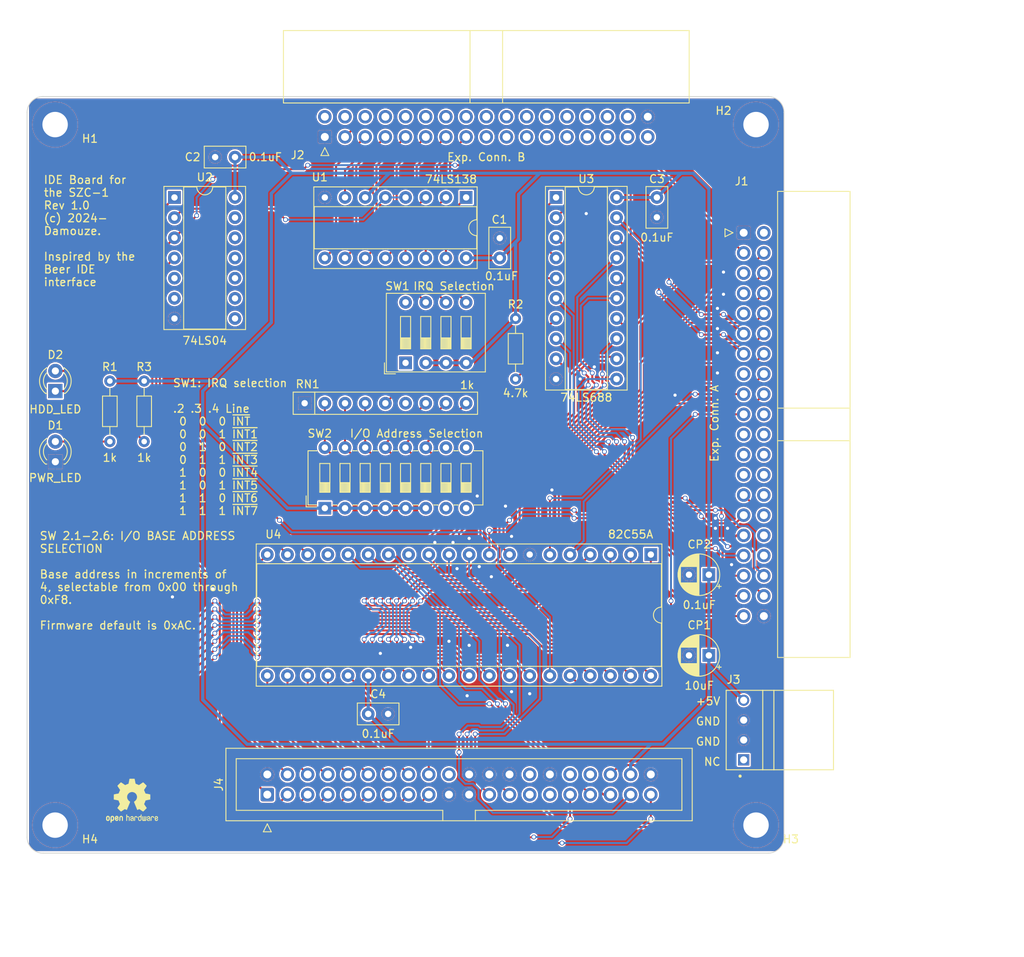
<source format=kicad_pcb>
(kicad_pcb (version 20221018) (generator pcbnew)
  (title_block (title "IDE Board for the SZC-1") (date "2024-02-12") (rev "1.0") (comment 1 "Inspired by the Beer IDE interface"))
  (layers (0 "F.Cu" mixed) (31 "B.Cu" mixed) (34 "B.Paste" user) (35 "F.Paste" user) (36 "B.SilkS" user "B.Silkscreen") (37 "F.SilkS" user "F.Silkscreen") (38 "B.Mask" user) (39 "F.Mask" user) (44 "Edge.Cuts" user))
  (net 0 "")
  (net 1 "/+5V")
  (net 2 "/GND")
  (net 3 "/~{NMI}")
  (net 4 "/~{RESET}")
  (net 5 "/BUS_CLK")
  (net 6 "/CPU_CLK")
  (net 7 "/~{B_M1}")
  (net 8 "/~{B_IORQ}")
  (net 9 "/~{B_MREQ}")
  (net 10 "/~{B_WR}")
  (net 11 "/~{B_RD}")
  (net 12 "/~{WAIT}")
  (net 13 "/~{B_RFSH}")
  (net 14 "/A21")
  (net 15 "/A20")
  (net 16 "/A19")
  (net 17 "/A18")
  (net 18 "/A17")
  (net 19 "/A16")
  (net 20 "/USER2")
  (net 21 "/USER1")
  (net 22 "/USER3")
  (net 23 "/USER0")
  (net 24 "/B_D7")
  (net 25 "/B_D6")
  (net 26 "/B_D5")
  (net 27 "/B_D4")
  (net 28 "/B_D3")
  (net 29 "/B_D2")
  (net 30 "/B_D1")
  (net 31 "/B_D0")
  (net 32 "/B_A15")
  (net 33 "/B_A14")
  (net 34 "/B_A13")
  (net 35 "/B_A12")
  (net 36 "/~{INT7}")
  (net 37 "/B_A11")
  (net 38 "/~{INT6}")
  (net 39 "/B_A10")
  (net 40 "/~{INT5}")
  (net 41 "/B_A9")
  (net 42 "/~{INT4}")
  (net 43 "/B_A8")
  (net 44 "/~{INT3}")
  (net 45 "/B_A7")
  (net 46 "/~{INT2}")
  (net 47 "/B_A6")
  (net 48 "/B_A5")
  (net 49 "/B_A4")
  (net 50 "/B_A3")
  (net 51 "/B_A2")
  (net 52 "/B_A1")
  (net 53 "/B_A0")
  (net 54 "/~{INT0}")
  (net 55 "/~{INT1}")
  (net 56 "/USER15")
  (net 57 "/~{INT}")
  (net 58 "/~{B_BUSACK}")
  (net 59 "/USER14")
  (net 60 "/USER13")
  (net 61 "/USER12")
  (net 62 "/USER11")
  (net 63 "/USER10")
  (net 64 "/USER9")
  (net 65 "/USER8")
  (net 66 "/USER7")
  (net 67 "/A23")
  (net 68 "/USER6")
  (net 69 "/A22")
  (net 70 "/USER5")
  (net 71 "/USER4")
  (net 72 "/~{BUSREQ}")
  (net 73 "Net-(D1-A)")
  (net 75 "/HD7")
  (net 76 "/HD8")
  (net 77 "/HD6")
  (net 78 "/HD9")
  (net 79 "/HD5")
  (net 80 "/HD10")
  (net 81 "/HD4")
  (net 82 "/HD11")
  (net 83 "/HD3")
  (net 84 "/HD12")
  (net 85 "/HD2")
  (net 86 "/HD13")
  (net 87 "/HD1")
  (net 88 "/HD14")
  (net 89 "/HD0")
  (net 90 "/HD15")
  (net 91 "/~{HWR}")
  (net 96 "/~{HRD}")
  (net 98 "/HA1")
  (net 100 "/HA0")
  (net 101 "/HA2")
  (net 102 "/IRQ")
  (net 103 "/~{HCS0}")
  (net 104 "/~{R_M1}")
  (net 105 "/R_A7")
  (net 106 "/R_A6")
  (net 107 "/R_A5")
  (net 108 "/~{R_IORQ}")
  (net 110 "/R_A4")
  (net 111 "/R_A3")
  (net 112 "/R_A2")
  (net 113 "/IRQ0_S")
  (net 114 "/IRQ1_S")
  (net 115 "/IRQ2_S")
  (net 116 "/~{IRQ}")
  (net 117 "/IDE_RESET")
  (net 126 "/~{IDE_CS}")
  (net 135 "Net-(D2-A)")
  (net 136 "/HDD_LED")
  (footprint "MountingHole:MountingHole_3.2mm_M3_ISO7380_Pad" (layer "F.Cu") (at 28.925 28.925)
    (fp_text reference "H1")
    (fp_text value "MountingHole_Pad")
  )
  (footprint "Symbol:OSHW-Logo2_7.3x6mm_SilkScreen" (layer "F.Cu") (at 38.608 114.046)
    (fp_text reference "REF**" hide)
    (fp_text value "OSHW-Logo2_7.3x6mm_SilkScreen" hide)
  )
  (footprint "Package_DIP:DIP-14_W7.62mm_Socket" (layer "F.Cu") (at 43.942 38.1)
    (fp_text reference "U2")
    (fp_text value "74LS04")
  )
  (footprint "Resistor_THT:R_Axial_DIN0204_L3.6mm_D1.6mm_P7.62mm_Horizontal" (layer "F.Cu") (at 86.868 60.96 90)
    (fp_text reference "R2")
    (fp_text value "4.7k")
  )
  (footprint "Capacitor_THT:CP_Radial_D5.0mm_P2.50mm" (layer "F.Cu") (at 111.187113 95.758 180)
    (fp_text reference "CP1")
    (fp_text value "10uF")
  )
  (footprint "Resistor_THT:R_Axial_DIN0204_L3.6mm_D1.6mm_P7.62mm_Horizontal" (layer "F.Cu") (at 40.132 61.214 -90)
    (fp_text reference "R3")
    (fp_text value "1k")
  )
  (footprint "Resistor_THT:R_Axial_DIN0204_L3.6mm_D1.6mm_P7.62mm_Horizontal" (layer "F.Cu") (at 35.814 61.214 -90)
    (fp_text reference "R1")
    (fp_text value "1k")
  )
  (footprint "Package_DIP:DIP-40_W15.24mm_Socket" (layer "F.Cu") (at 103.886 83.058 -90)
    (fp_text reference "U4")
    (fp_text value "82C55A")
  )
  (footprint "Button_Switch_THT:SW_DIP_SPSTx08_Slide_6.7x21.88mm_W7.62mm_P2.54mm_LowProfile" (layer "F.Cu") (at 62.865 77.216 90)
    (fp_text reference "SW2")
    (fp_text value "I/O Address Selection")
  )
  (footprint "Resistor_THT:R_Array_SIP9" (layer "F.Cu") (at 60.325 64.008)
    (fp_text reference "RN1")
    (fp_text value "1k")
  )
  (footprint "MountingHole:MountingHole_3.2mm_M3_ISO7380_Pad" (layer "F.Cu") (at 117.125 28.925)
    (fp_text reference "H2")
    (fp_text value "MountingHole_Pad")
  )
  (footprint "Package_DIP:DIP-16_W7.62mm_Socket" (layer "F.Cu") (at 80.645 38.1 -90)
    (fp_text reference "U1")
    (fp_text value "74LS138")
  )
  (footprint "LED_THT:LED_D3.0mm" (layer "F.Cu") (at 28.956 71.374 90)
    (fp_text reference "D1")
    (fp_text value "PWR_LED")
  )
  (footprint "Package_DIP:DIP-20_W7.62mm_Socket" (layer "F.Cu") (at 91.958 38.1)
    (fp_text reference "U3")
    (fp_text value "74LS688")
  )
  (footprint "Connector_IDC:IDC-Header_2x20_P2.54mm_Horizontal" (layer "F.Cu") (at 115.57 42.545)
    (fp_text reference "J1")
    (fp_text value "Exp. Conn. A")
  )
  (footprint "Connector_IDC:IDC-Header_2x20_P2.54mm_Vertical" (layer "F.Cu") (at 55.626 113.284 90)
    (fp_text reference "J4")
    (fp_text value "IDE")
  )
  (footprint "Button_Switch_THT:SW_DIP_SPSTx04_Slide_9.78x12.34mm_W7.62mm_P2.54mm" (layer "F.Cu") (at 73.025 58.928 90)
    (fp_text reference "SW1")
    (fp_text value "IRQ Selection")
  )
  (footprint "Capacitor_THT:C_Disc_D5.0mm_W2.5mm_P2.50mm" (layer "F.Cu") (at 51.562 33.02 180)
    (fp_text reference "C2")
    (fp_text value "0.1uF")
  )
  (footprint "Capacitor_THT:C_Disc_D5.0mm_W2.5mm_P2.50mm" (layer "F.Cu") (at 104.648 38.1 -90)
    (fp_text reference "C3")
    (fp_text value "0.1uF")
  )
  (footprint "Capacitor_THT:C_Disc_D5.0mm_W2.5mm_P2.50mm" (layer "F.Cu") (at 68.326 103.124)
    (fp_text reference "C4")
    (fp_text value "0.1uF")
  )
  (footprint "footprints:TE_171826-4" (layer "F.Cu") (at 120.12 105.156 90)
    (fp_text reference "J3")
    (fp_text value "Power")
  )
  (footprint "LED_THT:LED_D3.0mm" (layer "F.Cu") (at 28.956 62.484 90)
    (fp_text reference "D2")
    (fp_text value "HDD_LED")
  )
  (footprint "Capacitor_THT:C_Disc_D5.0mm_W2.5mm_P2.50mm" (layer "F.Cu") (at 84.876 45.72 90)
    (fp_text reference "C1")
    (fp_text value "0.1uF")
  )
  (footprint "Capacitor_THT:CP_Radial_D5.0mm_P2.50mm" (layer "F.Cu") (at 111.187113 85.598 180)
    (fp_text reference "CP2")
    (fp_text value "0.1uF")
  )
  (footprint "MountingHole:MountingHole_3.2mm_M3_ISO7380_Pad" (layer "F.Cu") (at 28.925 117.125)
    (fp_text reference "H4")
    (fp_text value "MountingHole_Pad")
  )
  (footprint "Connector_IDC:IDC-Header_2x17_P2.54mm_Horizontal" (layer "F.Cu") (at 62.865 30.48 90)
    (fp_text reference "J2")
    (fp_text value "Exp. Conn. B")
  )
  (footprint "MountingHole:MountingHole_3.2mm_M3_ISO7380_Pad" (layer "F.Cu") (at 117.125 117.125)
    (fp_text reference "H3")
    (fp_text value "MountingHole_Pad")
  )
  (gr_line (start 25.4 27.4) (end 25.4 118.65) (stroke (width 0.1)) (layer "Edge.Cuts"))
  (gr_line (start 120.65 27.4) (end 120.65 118.65) (stroke (width 0.1)) (layer "Edge.Cuts"))
  (gr_arc (start 120.65 118.65) (mid 120.064214 120.064214) (end 118.65 120.65) (stroke (width 0.1)) (layer "Edge.Cuts"))
  (gr_arc (start 27.4 120.65) (mid 25.985786 120.064214) (end 25.4 118.65) (stroke (width 0.1)) (layer "Edge.Cuts"))
  (gr_arc (start 25.4 27.4) (mid 25.985786 25.985786) (end 27.4 25.4) (stroke (width 0.1)) (layer "Edge.Cuts"))
  (gr_arc (start 118.65 25.4) (mid 120.064214 25.985786) (end 120.65 27.4) (stroke (width 0.1)) (layer "Edge.Cuts"))
  (gr_line (start 27.4 120.65) (end 118.65 120.65) (stroke (width 0.1)) (layer "Edge.Cuts"))
  (gr_line (start 27.4 25.4) (end 118.65 25.4) (stroke (width 0.1)) (layer "Edge.Cuts"))
  (gr_text "GND\n" (at 109.474 107.188) (layer "F.SilkS") (effects (font (size 1 1)) (justify left bottom)))
  (gr_text "NC" (at 110.49 109.728) (layer "F.SilkS") (effects (font (size 1 1)) (justify left bottom)))
  (gr_text "GND" (at 109.474 104.648) (layer "F.SilkS") (effects (font (size 1 1)) (justify left bottom)))
  (gr_text "+5V\n" (at 109.474 102.108) (layer "F.SilkS") (effects (font (size 1 1)) (justify left bottom)))
  (gr_text_box "SW 2.1-2.6: I/O BASE ADDRESS SELECTION\n\nBase address in increments of 4, selectable from 0x00 through 0xF8. \n\nFirmware default is 0xAC." (start 26.162 79.375) (end 53.34 106.553) (layer "F.SilkS") (effects (font (size 1 1)) (justify left top)))
  (gr_text_box "SW1: IRQ selection\n\n.2 .3 .4 Line\n 0  0  0 ~{INT}\n 0  0  1 ~{INT1}\n 0  1  0 ~{INT2}\n 0  1  1 ~{INT3}\n 1  0  0 ~{INT4}\n 1  0  1 ~{INT5}\n 1  1  0 ~{INT6}\n 1  1  1 ~{INT7}\n" (start 42.926 60.1345) (end 71.12 80.0735) (angle 360) (layer "F.SilkS") (effects (font (size 1 1)) (justify left top)))
  (gr_text_box "${TITLE}\nRev ${REVISION}\n(c) 2024- Damouze.\n\n${COMMENT1}" (start 26.67 34.544) (end 40.64 48.514) (layer "F.SilkS") (effects (font (size 1 1)) (justify left top)))
  (segment (start 104.648 38.1) (end 99.578 38.1) (width 0.4) (layer "B.Cu") (net 1))
  (segment (start 107.696 35.052) (end 108.712 35.052) (width 0.4) (layer "B.Cu") (net 1))
  (segment (start 111.187113 37.019113) (end 111.187113 85.598) (width 0.4) (layer "B.Cu") (net 1))
  (segment (start 67.945 77.216) (end 70.485 77.216) (width 0.4) (layer "B.Cu") (net 1))
  (segment (start 111.187113 85.598) (end 111.187113 95.758) (width 0.4) (layer "B.Cu") (net 1))
  (segment (start 109.22 35.052) (end 111.187113 37.019113) (width 0.4) (layer "B.Cu") (net 1))
  (segment (start 56.134 37.592) (end 58.674 35.052) (width 0.4) (layer "B.Cu") (net 1))
  (segment (start 103.886 106.934) (end 73.152 106.934) (width 0.4) (layer "B.Cu") (net 1))
  (segment (start 115.57 101.406) (end 111.187113 97.023113) (width 0.4) (layer "B.Cu") (net 1))
  (segment (start 111.187113 101.156887) (end 111.187113 97.023113) (width 0.4) (layer "B.Cu") (net 1))
  (segment (start 89.916 35.052) (end 108.712 35.052) (width 0.4) (layer "B.Cu") (net 1))
  (segment (start 58.674 35.052) (end 71.12 35.052) (width 0.4) (layer "B.Cu") (net 1))
  (segment (start 62.865 77.216) (end 58.166 77.216) (width 0.4) (layer "B.Cu") (net 1))
  (segment (start 80.645 58.928) (end 78.105 58.928) (width 0.4) (layer "B.Cu") (net 1))
  (segment (start 72.136 106.934) (end 68.326 103.124) (width 0.4) (layer "B.Cu") (net 1))
  (segment (start 49.53 60.452) (end 56.134 53.848) (width 0.4) (layer "B.Cu") (net 1))
  (segment (start 53.086 106.934) (end 47.498 101.346) (width 0.4) (layer "B.Cu") (net 1))
  (segment (start 108.712 35.052) (end 109.22 35.052) (width 0.4) (layer "B.Cu") (net 1))
  (segment (start 101.346 110.744) (end 101.346 109.474) (width 0.4) (layer "B.Cu") (net 1))
  (segment (start 86.868 43.728) (end 86.868 53.34) (width 0.4) (layer "B.Cu") (net 1))
  (segment (start 47.498 101.346) (end 47.498 66.548) (width 0.4) (layer "B.Cu") (net 1))
  (segment (start 48.768 61.214) (end 40.132 61.214) (width 0.4) (layer "B.Cu") (net 1))
  (segment (start 87.249 43.347) (end 87.249 37.719) (width 0.4) (layer "B.Cu") (net 1))
  (segment (start 101.346 109.474) (end 103.886 106.934) (width 0.4) (layer "B.Cu") (net 1))
  (segment (start 81.28 58.928) (end 80.645 58.928) (width 0.4) (layer "B.Cu") (net 1))
  (segment (start 67.945 38.1) (end 70.993 35.052) (width 0.4) (layer "B.Cu") (net 1))
  (segment (start 56.642 33.02) (end 51.562 33.02) (width 0.4) (layer "B.Cu") (net 1))
  (segment (start 70.993 35.052) (end 71.12 35.052) (width 0.4) (layer "B.Cu") (net 1))
  (segment (start 84.876 45.72) (end 80.645 45.72) (width 0.4) (layer "B.Cu") (net 1))
  (segment (start 73.025 77.216) (end 75.565 77.216) (width 0.4) (layer "B.Cu") (net 1))
  (segment (start 58.166 77.216) (end 47.498 66.548) (width 0.4) (layer "B.Cu") (net 1))
  (segment (start 51.562 33.02) (end 51.562 38.1) (width 0.4) (layer "B.Cu") (net 1))
  (segment (start 105.41 106.934) (end 111.187113 101.156887) (width 0.4) (layer "B.Cu") (net 1))
  (segment (start 84.876 45.72) (end 87.249 43.347) (width 0.4) (layer "B.Cu") (net 1))
  (segment (start 68.326 103.124) (end 68.326 98.298) (width 0.4) (layer "B.Cu") (net 1))
  (segment (start 47.498 62.484) (end 49.53 60.452) (width 0.4) (layer "B.Cu") (net 1))
  (segment (start 56.134 53.848) (end 56.134 37.592) (width 0.4) (layer "B.Cu") (net 1))
  (segment (start 47.498 66.548) (end 47.498 62.484) (width 0.4) (layer "B.Cu") (net 1))
  (segment (start 78.105 58.928) (end 75.565 58.928) (width 0.4) (layer "B.Cu") (net 1))
  (segment (start 40.132 61.214) (end 35.814 61.214) (width 0.4) (layer "B.Cu") (net 1))
  (segment (start 86.868 53.34) (end 81.28 58.928) (width 0.4) (layer "B.Cu") (net 1))
  (segment (start 104.648 38.1) (end 107.696 35.052) (width 0.4) (layer "B.Cu") (net 1))
  (segment (start 87.249 37.719) (end 89.916 35.052) (width 0.4) (layer "B.Cu") (net 1))
  (segment (start 70.485 77.216) (end 73.025 77.216) (width 0.4) (layer "B.Cu") (net 1))
  (segment (start 58.674 35.052) (end 56.642 33.02) (width 0.4) (layer "B.Cu") (net 1))
  (segment (start 73.152 106.934) (end 53.086 106.934) (width 0.4) (layer "B.Cu") (net 1))
  (segment (start 71.12 35.052) (end 89.916 35.052) (width 0.4) (layer "B.Cu") (net 1))
  (segment (start 62.865 77.216) (end 65.405 77.216) (width 0.4) (layer "B.Cu") (net 1))
  (segment (start 65.405 77.216) (end 67.945 77.216) (width 0.4) (layer "B.Cu") (net 1))
  (segment (start 111.187113 97.023113) (end 111.187113 95.758) (width 0.4) (layer "B.Cu") (net 1))
  (segment (start 49.53 60.452) (end 48.768 61.214) (width 0.4) (layer "B.Cu") (net 1))
  (segment (start 73.152 106.934) (end 72.136 106.934) (width 0.4) (layer "B.Cu") (net 1))
  (segment (start 87.249 43.347) (end 86.868 43.728) (width 0.4) (layer "B.Cu") (net 1))
  (segment (start 105.41 106.934) (end 103.886 106.934) (width 0.4) (layer "B.Cu") (net 1))
  (via (at 78.994 81.534) (size 0.6) (drill 0.4) (layers "F.Cu" "B.Cu") (net 2))
  (via (at 81.026 94.488) (size 0.6) (drill 0.4) (layers "F.Cu" "B.Cu") (net 2))
  (via (at 73.66 94.742) (size 0.6) (drill 0.4) (layers "F.Cu" "B.Cu") (net 2))
  (via (at 76.708 81.534) (size 0.6) (drill 0.4) (layers "F.Cu" "B.Cu") (net 2))
  (via (at 82.296 84.582) (size 0.6) (drill 0.4) (layers "F.Cu" "B.Cu") (net 2))
  (via (at 80.772 100.838) (size 0.6) (drill 0.4) (layers "F.Cu" "B.Cu") (net 2))
  (via (at 112.268 57.658) (size 0.6) (drill 0.4) (layers "F.Cu" "B.Cu") (net 2))
  (via (at 112.014 79.756) (size 0.6) (drill 0.4) (layers "F.Cu" "B.Cu") (net 2))
  (via (at 88.646 100.584) (size 0.6) (drill 0.4) (layers "F.Cu" "B.Cu") (net 2))
  (via (at 83.82 85.852) (size 0.6) (drill 0.4) (layers "F.Cu" "B.Cu") (net 2))
  (via (at 85.598 76.962) (size 0.6) (drill 0.4) (layers "F.Cu" "B.Cu") (net 2))
  (via (at 43.688 88.392) (size 0.6) (drill 0.4) (layers "F.Cu" "B.Cu") (net 2))
  (via (at 112.268 52.07) (size 0.6) (drill 0.4) (layers "F.Cu" "B.Cu") (net 2))
  (via (at 86.36 80.772) (size 0.6) (drill 0.4) (layers "F.Cu" "B.Cu") (net 2))
  (via (at 112.268 60.198) (size 0.6) (drill 0.4) (layers "F.Cu" "B.Cu") (net 2))
  (via (at 112.268 54.61) (size 0.6) (drill 0.4) (layers "F.Cu" "B.Cu") (net 2))
  (via (at 106.934 62.992) (size 0.6) (drill 0.4) (layers "F.Cu" "B.Cu") (net 2))
  (via (at 85.852 94.488) (size 0.6) (drill 0.4) (layers "F.Cu" "B.Cu") (net 2))
  (via (at 113.03 47.498) (size 0.6) (drill 0.4) (layers "F.Cu" "B.Cu") (net 2))
  (via (at 82.042 75.692) (size 0.6) (drill 0.4) (layers "F.Cu" "B.Cu") (net 2))
  (via (at 91.44 74.93) (size 0.6) (drill 0.4) (layers "F.Cu" "B.Cu") (net 2))
  (via (at 96.774 59.436) (size 0.6) (drill 0.4) (layers "F.Cu" "B.Cu") (net 2))
  (via (at 113.538 79.756) (size 0.6) (drill 0.4) (layers "F.Cu" "B.Cu") (net 2))
  (via (at 81.026 81.026) (size 0.6) (drill 0.4) (layers "F.Cu" "B.Cu") (net 2))
  (via (at 94.996 60.96) (size 0.6) (drill 0.4) (layers "F.Cu" "B.Cu") (net 2))
  (via (at 79.502 84.836) (size 0.6) (drill 0.4) (layers "F.Cu" "B.Cu") (net 2))
  (via (at 95.758 40.132) (size 0.6) (drill 0.4) (layers "F.Cu" "B.Cu") (net 2))
  (via (at 78.486 93.98) (size 0.6) (drill 0.4) (layers "F.Cu" "B.Cu") (net 2))
  (via (at 113.03 50.292) (size 0.6) (drill 0.4) (layers "F.Cu" "B.Cu") (net 2))
  (via (at 112.014 78.486) (size 0.6) (drill 0.4) (layers "F.Cu" "B.Cu") (net 2))
  (via (at 48.768 87.376) (size 0.6) (drill 0.4) (layers "F.Cu" "B.Cu") (net 2))
  (via (at 114.046 84.328) (size 0.6) (drill 0.4) (layers "F.Cu" "B.Cu") (net 2))
  (via (at 69.85 95.504) (size 0.6) (drill 0.4) (layers "F.Cu" "B.Cu") (net 2))
  (via (at 86.36 100.33) (size 0.6) (drill 0.4) (layers "F.Cu" "B.Cu") (net 2))
  (segment (start 50.038 34.544) (end 60.198 34.544) (width 0.25) (layer "F.Cu") (net 4))
  (segment (start 43.942 43.18) (end 46.736 40.386) (width 0.25) (layer "F.Cu") (net 4))
  (segment (start 55.626 113.284) (end 49.647 107.305) (width 0.25) (layer "F.Cu") (net 4))
  (segment (start 49.647 86.985) (end 41.656 78.994) (width 0.25) (layer "F.Cu") (net 4))
  (segment (start 41.656 78.994) (end 41.656 45.466) (width 0.25) (layer "F.Cu") (net 4))
  (segment (start 41.656 45.466) (end 43.942 43.18) (width 0.25) (layer "F.Cu") (net 4))
  (segment (start 104.521 34.036) (end 115.57 45.085) (width 0.25) (layer "F.Cu") (net 4))
  (segment (start 79.248 34.036) (end 104.521 34.036) (width 0.25) (layer "F.Cu") (net 4))
  (segment (start 49.647 107.305) (end 49.647 86.985) (width 0.25) (layer "F.Cu") (net 4))
  (segment (start 48.768 35.814) (end 50.038 34.544) (width 0.25) (layer "F.Cu") (net 4))
  (segment (start 60.706 34.036) (end 60.198 34.544) (width 0.25) (layer "F.Cu") (net 4))
  (via (at 48.768 35.814) (size 0.6) (drill 0.4) (layers "F.Cu" "B.Cu") (net 4))
  (via (at 60.706 34.036) (size 0.6) (drill 0.4) (layers "F.Cu" "B.Cu") (net 4))
  (via (at 79.248 34.036) (size 0.6) (drill 0.4) (layers "F.Cu" "B.Cu") (net 4))
  (via (at 46.736 40.386) (size 0.6) (drill 0.4) (layers "F.Cu" "B.Cu") (net 4))
  (segment (start 60.706 34.036) (end 79.248 34.036) (width 0.25) (layer "B.Cu") (net 4))
  (segment (start 46.736 38.1) (end 48.768 35.814) (width 0.25) (layer "B.Cu") (net 4))
  (segment (start 48.768 35.814) (end 48.768 36.068) (width 0.25) (layer "B.Cu") (net 4))
  (segment (start 46.736 40.386) (end 46.736 38.1) (width 0.25) (layer "B.Cu") (net 4))
  (segment (start 101.346 37.592) (end 99.568 35.814) (width 0.25) (layer "F.Cu") (net 7))
  (segment (start 110.236 52.832) (end 113.03 52.832) (width 0.25) (layer "F.Cu") (net 7))
  (segment (start 106.172 47.752) (end 101.346 42.926) (width 0.25) (layer "F.Cu") (net 7))
  (segment (start 99.568 35.814) (end 96.784 35.814) (width 0.25) (layer "F.Cu") (net 7))
  (segment (start 106.172 48.768) (end 106.172 47.752) (width 0.25) (layer "F.Cu") (net 7))
  (segment (start 96.784 35.814) (end 91.958 40.64) (width 0.25) (layer "F.Cu") (net 7))
  (segment (start 101.346 42.926) (end 101.346 37.592) (width 0.25) (layer "F.Cu") (net 7))
  (via (at 106.172 48.768) (size 0.6) (drill 0.4) (layers "F.Cu" "B.Cu") (net 7))
  (via (at 113.03 52.832) (size 0.6) (drill 0.4) (layers "F.Cu" "B.Cu") (net 7))
  (via (at 110.236 52.832) (size 0.6) (drill 0.4) (layers "F.Cu" "B.Cu") (net 7))
  (segment (start 113.157 52.832) (end 115.57 55.245) (width 0.25) (layer "B.Cu") (net 7))
  (segment (start 110.236 52.832) (end 106.172 48.768) (width 0.25) (layer "B.Cu") (net 7))
  (segment (start 113.03 52.832) (end 113.157 52.832) (width 0.25) (layer "B.Cu") (net 7))
  (segment (start 113.03 55.372) (end 110.236 55.372) (width 0.25) (layer "F.Cu") (net 8))
  (segment (start 91.45 42.055) (end 90.833 42.672) (width 0.25) (layer "F.Cu") (net 8))
  (segment (start 90.833 42.672) (end 90.833 44.595) (width 0.25) (layer "F.Cu") (net 8))
  (segment (start 100.043991 42.055) (end 91.45 42.055) (width 0.25) (layer "F.Cu") (net 8))
  (segment (start 90.833 44.595) (end 91.958 45.72) (width 0.25) (layer "F.Cu") (net 8))
  (segment (start 90.833 39.225) (end 90.833 42.672) (width 0.25) (layer "F.Cu") (net 8))
  (segment (start 91.958 38.1) (end 90.833 39.225) (width 0.25) (layer "F.Cu") (net 8))
  (segment (start 100.703 43.553) (end 100.703 42.714009) (width 0.25) (layer "F.Cu") (net 8))
  (segment (start 104.902 47.752) (end 100.703 43.553) (width 0.25) (layer "F.Cu") (net 8))
  (segment (start 104.902 50.038) (end 104.902 47.752) (width 0.25) (layer "F.Cu") (net 8))
  (segment (start 100.703 42.714009) (end 100.043991 42.055) (width 0.25) (layer "F.Cu") (net 8))
  (via (at 104.902 50.038) (size 0.6) (drill 0.4) (layers "F.Cu" "B.Cu") (net 8))
  (via (at 110.236 55.372) (size 0.6) (drill 0.4) (layers "F.Cu" "B.Cu") (net 8))
  (via (at 113.03 55.372) (size 0.6) (drill 0.4) (layers "F.Cu" "B.Cu") (net 8))
  (segment (start 110.236 55.372) (end 104.902 50.038) (width 0.25) (layer "B.Cu") (net 8))
  (segment (start 113.157 55.372) (end 113.03 55.372) (width 0.25) (layer "B.Cu") (net 8))
  (segment (start 115.57 57.785) (end 113.157 55.372) (width 0.25) (layer "B.Cu") (net 8))
  (segment (start 109.474 62.738) (end 109.601 62.865) (width 0.25) (layer "F.Cu") (net 10))
  (segment (start 115.57 62.865) (end 109.474 62.865) (width 0.25) (layer "F.Cu") (net 10))
  (via (at 109.474 62.865) (size 0.6) (drill 0.4) (layers "F.Cu" "B.Cu") (net 10))
  (segment (start 95.436396 76.396) (end 95.436396 81.347604) (width 0.25) (layer "B.Cu") (net 10))
  (segment (start 109.474 62.865) (end 108.967396 62.865) (width 0.25) (layer "B.Cu") (net 10))
  (segment (start 108.967396 62.865) (end 95.436396 76.396) (width 0.25) (layer "B.Cu") (net 10))
  (segment (start 95.436396 81.347604) (end 93.726 83.058) (width 0.25) (layer "B.Cu") (net 10))
  (segment (start 93.726 98.298) (end 95.758 100.33) (width 0.25) (layer "F.Cu") (net 11))
  (segment (start 95.758 100.33) (end 105.41 100.33) (width 0.25) (layer "F.Cu") (net 11))
  (segment (start 106.426 88.9) (end 106.426 99.314) (width 0.25) (layer "F.Cu") (net 11))
  (segment (start 105.41 100.33) (end 106.426 99.314) (width 0.25) (layer "F.Cu") (net 11))
  (segment (start 115.57 65.405) (end 109.474 65.405) (width 0.25) (layer "F.Cu") (net 11))
  (segment (start 109.474 65.278) (end 109.601 65.405) (width 0.25) (layer "F.Cu") (net 11))
  (via (at 109.474 65.405) (size 0.6) (drill 0.4) (layers "F.Cu" "B.Cu") (net 11))
  (via (at 106.426 88.9) (size 0.6) (drill 0.4) (layers "F.Cu" "B.Cu") (net 11))
  (segment (start 106.426 88.9) (end 106.426 68.453) (width 0.25) (layer "B.Cu") (net 11))
  (segment (start 106.426 68.453) (end 109.474 65.405) (width 0.25) (layer "B.Cu") (net 11))
  (segment (start 74.531 83.523991) (end 74.531 82.380991) (width 0.25) (layer "F.Cu") (net 24))
  (segment (start 67.818 95.124396) (end 70.866 98.172396) (width 0.25) (layer "F.Cu") (net 24))
  (segment (start 72.281 84.437) (end 73.617991 84.437) (width 0.25) (layer "F.Cu") (net 24))
  (segment (start 74.531 82.380991) (end 79.23 77.681991) (width 0.25) (layer "F.Cu") (net 24))
  (segment (start 102.108 61.978792) (end 102.108 54.102) (width 0.25) (layer "F.Cu") (net 24))
  (segment (start 79.23 77.681991) (end 79.23 76.750009) (width 0.25) (layer "F.Cu") (net 24))
  (segment (start 73.617991 84.437) (end 74.531 83.523991) (width 0.25) (layer "F.Cu") (net 24))
  (segment (start 67.818 93.726) (end 67.818 95.124396) (width 0.25) (layer "F.Cu") (net 24))
  (segment (start 70.866 98.172396) (end 70.866 98.298) (width 0.25) (layer "F.Cu") (net 24))
  (segment (start 116.935 46.26) (end 118.11 45.085) (width 0.25) (layer "F.Cu") (net 24))
  (segment (start 109.95 46.26) (end 116.935 46.26) (width 0.25) (layer "F.Cu") (net 24))
  (segment (start 100.194792 63.892) (end 102.108 61.978792) (width 0.25) (layer "F.Cu") (net 24))
  (segment (start 67.818 88.9) (end 72.281 84.437) (width 0.25) (layer "F.Cu") (net 24))
  (segment (start 97.53198 63.892) (end 100.194792 63.892) (width 0.25) (layer "F.Cu") (net 24))
  (segment (start 81.398009 74.582) (end 86.84198 74.582) (width 0.25) (layer "F.Cu") (net 24))
  (segment (start 79.23 76.750009) (end 81.398009 74.582) (width 0.25) (layer "F.Cu") (net 24))
  (segment (start 102.108 54.102) (end 109.95 46.26) (width 0.25) (layer "F.Cu") (net 24))
  (segment (start 86.84198 74.582) (end 97.53198 63.892) (width 0.25) (layer "F.Cu") (net 24))
  (via (at 67.818 88.9) (size 0.6) (drill 0.4) (layers "F.Cu" "B.Cu") (net 24))
  (via (at 67.818 93.726) (size 0.6) (drill 0.4) (layers "F.Cu" "B.Cu") (net 24))
  (segment (start 69.023802 92.899802) (end 68.644198 92.899802) (width 0.25) (layer "B.Cu") (net 24))
  (segment (start 67.818 88.9) (end 68.893 89.975) (width 0.25) (layer "B.Cu") (net 24))
  (segment (start 70.082 91.841604) (end 69.023802 92.899802) (width 0.25) (layer "B.Cu") (net 24))
  (segment (start 69.652208 89.975) (end 70.082 90.404792) (width 0.25) (layer "B.Cu") (net 24))
  (segment (start 70.082 90.404792) (end 70.082 91.841604) (width 0.25) (layer "B.Cu") (net 24))
  (segment (start 68.893 89.975) (end 69.652208 89.975) (width 0.25) (layer "B.Cu") (net 24))
  (segment (start 68.644198 92.899802) (end 67.818 93.726) (width 0.25) (layer "B.Cu") (net 24))
  (segment (start 72.847 84.887) (end 75.707991 84.887) (width 0.25) (layer "F.Cu") (net 25))
  (segment (start 75.707991 84.887) (end 77.216 83.378991) (width 0.25) (layer "F.Cu") (net 25))
  (segment (start 87.028376 75.032) (end 97.718376 64.342) (width 0.25) (layer "F.Cu") (net 25))
  (segment (start 68.834 95.504) (end 70.503 97.173) (width 0.25) (layer "F.Cu") (net 25))
  (segment (start 72.281 97.173) (end 73.406 98.298) (width 0.25) (layer "F.Cu") (net 25))
  (segment (start 68.834 93.726) (end 68.834 95.504) (width 0.25) (layer "F.Cu") (net 25))
  (segment (start 84.48 75.032) (end 87.028376 75.032) (width 0.25) (layer "F.Cu") (net 25))
  (segment (start 70.503 97.173) (end 72.281 97.173) (width 0.25) (layer "F.Cu") (net 25))
  (segment (start 100.504 64.342) (end 102.558 62.288) (width 0.25) (layer "F.Cu") (net 25))
  (segment (start 77.216 83.378991) (end 77.216 82.296) (width 0.25) (layer "F.Cu") (net 25))
  (segment (start 97.718376 64.342) (end 100.504 64.342) (width 0.25) (layer "F.Cu") (net 25))
  (segment (start 77.216 82.296) (end 84.48 75.032) (width 0.25) (layer "F.Cu") (net 25))
  (segment (start 68.834 88.9) (end 72.847 84.887) (width 0.25) (layer "F.Cu") (net 25))
  (segment (start 116.745 48.99) (end 118.11 47.625) (width 0.25) (layer "F.Cu") (net 25))
  (segment (start 112.554 48.99) (end 116.745 48.99) (width 0.25) (layer "F.Cu") (net 25))
  (segment (start 102.558 58.986) (end 112.554 48.99) (width 0.25) (layer "F.Cu") (net 25))
  (segment (start 102.558 62.288) (end 102.558 58.986) (width 0.25) (layer "F.Cu") (net 25))
  (via (at 68.834 93.726) (size 0.6) (drill 0.4) (layers "F.Cu" "B.Cu") (net 25))
  (via (at 68.834 88.9) (size 0.6) (drill 0.4) (layers "F.Cu" "B.Cu") (net 25))
  (segment (start 69.838604 89.525) (end 69.459 89.525) (width 0.25) (layer "B.Cu") (net 25))
  (segment (start 70.532 92.028) (end 70.532 90.218396) (width 0.25) (layer "B.Cu") (net 25))
  (segment (start 70.532 90.218396) (end 69.838604 89.525) (width 0.25) (layer "B.Cu") (net 25))
  (segment (start 68.834 93.726) (end 70.532 92.028) (width 0.25) (layer "B.Cu") (net 25))
  (segment (start 69.459 89.525) (end 68.834 88.9) (width 0.25) (layer "B.Cu") (net 25))
  (segment (start 69.85 93.726) (end 70.475 94.351) (width 0.25) (layer "F.Cu") (net 26))
  (segment (start 100.690396 64.792) (end 103.008 62.474396) (width 0.25) (layer "F.Cu") (net 26))
  (segment (start 70.475 94.351) (end 70.729 94.351) (width 0.25) (layer "F.Cu") (net 26))
  (segment (start 72.336208 96.723) (end 72.467396 96.723) (width 0.25) (layer "F.Cu") (net 26))
  (segment (start 72.772396 97.028) (end 74.676 97.028) (width 0.25) (layer "F.Cu") (net 26))
  (segment (start 73.413 85.337) (end 75.894387 85.337) (width 0.25) (layer "F.Cu") (net 26))
  (segment (start 110.840396 51.34) (end 116.935 51.34) (width 0.25) (layer "F.Cu") (net 26))
  (segment (start 72.467396 96.723) (end 72.772396 97.028) (width 0.25) (layer "F.Cu") (net 26))
  (segment (start 116.935 51.34) (end 118.11 50.165) (width 0.25) (layer "F.Cu") (net 26))
  (segment (start 75.894387 85.337) (end 77.048387 84.183) (width 0.25) (layer "F.Cu") (net 26))
  (segment (start 77.048387 84.183) (end 78.951991 84.183) (width 0.25) (layer "F.Cu") (net 26))
  (segment (start 84.666396 75.482) (end 87.214772 75.482) (width 0.25) (layer "F.Cu") (net 26))
  (segment (start 69.85 88.9) (end 73.413 85.337) (width 0.25) (layer "F.Cu") (net 26))
  (segment (start 70.729 94.351) (end 71.04 94.662) (width 0.25) (layer "F.Cu") (net 26))
  (segment (start 74.676 97.028) (end 75.946 98.298) (width 0.25) (layer "F.Cu") (net 26))
  (segment (start 87.214772 75.482) (end 97.904772 64.792) (width 0.25) (layer "F.Cu") (net 26))
  (segment (start 79.756 83.378991) (end 79.756 80.392396) (width 0.25) (layer "F.Cu") (net 26))
  (segment (start 71.04 95.426792) (end 72.336208 96.723) (width 0.25) (layer "F.Cu") (net 26))
  (segment (start 78.951991 84.183) (end 79.756 83.378991) (width 0.25) (layer "F.Cu") (net 26))
  (segment (start 97.904772 64.792) (end 100.690396 64.792) (width 0.25) (layer "F.Cu") (net 26))
  (segment (start 103.008 59.172396) (end 110.840396 51.34) (width 0.25) (layer "F.Cu") (net 26))
  (segment (start 71.04 94.662) (end 71.04 95.426792) (width 0.25) (layer "F.Cu") (net 26))
  (segment (start 103.008 62.474396) (end 103.008 59.172396) (width 0.25) (layer "F.Cu") (net 26))
  (segment (start 79.756 80.392396) (end 84.666396 75.482) (width 0.25) (layer "F.Cu") (net 26))
  (via (at 69.85 88.9) (size 0.6) (drill 0.4) (layers "F.Cu" "B.Cu") (net 26))
  (via (at 69.85 93.726) (size 0.6) (drill 0.4) (layers "F.Cu" "B.Cu") (net 26))
  (segment (start 69.85 93.726) (end 70.982 92.594) (width 0.25) (layer "B.Cu") (net 26))
  (segment (start 70.982 90.032) (end 69.85 88.9) (width 0.25) (layer "B.Cu") (net 26))
  (segment (start 70.982 92.594) (end 70.982 90.032) (width 0.25) (layer "B.Cu") (net 26))
  (segment (start 72.522604 96.273) (end 72.653792 96.273) (width 0.25) (layer "F.Cu") (net 27))
  (segment (start 73.979 85.787) (end 79.887991 85.787) (width 0.25) (layer "F.Cu") (net 27))
  (segment (start 76.766 96.578) (end 78.486 98.298) (width 0.25) (layer "F.Cu") (net 27))
  (segment (start 98.091168 65.242) (end 100.876792 65.242) (width 0.25) (layer "F.Cu") (net 27))
  (segment (start 71.49 94.35) (end 71.49 95.240396) (width 0.25) (layer "F.Cu") (net 27))
  (segment (start 70.866 93.726) (end 71.49 94.35) (width 0.25) (layer "F.Cu") (net 27))
  (segment (start 82.441 83.233991) (end 82.441 78.343792) (width 0.25) (layer "F.Cu") (net 27))
  (segment (start 108.936792 53.88) (end 116.935 53.88) (width 0.25) (layer "F.Cu") (net 27))
  (segment (start 84.852792 75.932) (end 87.401168 75.932) (width 0.25) (layer "F.Cu") (net 27))
  (segment (start 87.401168 75.932) (end 98.091168 65.242) (width 0.25) (layer "F.Cu") (net 27))
  (segment (start 116.935 53.88) (end 118.11 52.705) (width 0.25) (layer "F.Cu") (net 27))
  (segment (start 100.876792 65.242) (end 103.458 62.660792) (width 0.25) (layer "F.Cu") (net 27))
  (segment (start 72.653792 96.273) (end 72.958792 96.578) (width 0.25) (layer "F.Cu") (net 27))
  (segment (start 103.458 62.660792) (end 103.458 59.358792) (width 0.25) (layer "F.Cu") (net 27))
  (segment (start 79.887991 85.787) (end 82.441 83.233991) (width 0.25) (layer "F.Cu") (net 27))
  (segment (start 72.958792 96.578) (end 76.766 96.578) (width 0.25) (layer "F.Cu") (net 27))
  (segment (start 71.49 95.240396) (end 72.522604 96.273) (width 0.25) (layer "F.Cu") (net 27))
  (segment (start 82.441 78.343792) (end 84.852792 75.932) (width 0.25) (layer "F.Cu") (net 27))
  (segment (start 70.866 88.9) (end 73.979 85.787) (width 0.25) (layer "F.Cu") (net 27))
  (segment (start 103.458 59.358792) (end 108.936792 53.88) (width 0.25) (layer "F.Cu") (net 27))
  (via (at 70.866 88.9) (size 0.6) (drill 0.4) (layers "F.Cu" "B.Cu") (net 27))
  (via (at 70.866 93.726) (size 0.6) (drill 0.4) (layers "F.Cu" "B.Cu") (net 27))
  (segment (start 71.432 93.16) (end 71.432 89.466) (width 0.25) (layer "B.Cu") (net 27))
  (segment (start 71.432 89.466) (end 70.866 88.9) (width 0.25) (layer "B.Cu") (net 27))
  (segment (start 70.866 93.726) (end 71.432 93.16) (width 0.25) (layer "B.Cu") (net 27))
  (segment (start 74.545 86.237) (end 81.977991 86.237) (width 0.25) (layer "F.Cu") (net 28))
  (segment (start 78.856 96.128) (end 81.026 98.298) (width 0.25) (layer "F.Cu") (net 28))
  (segment (start 116.935 56.42) (end 118.11 55.245) (width 0.25) (layer "F.Cu") (net 28))
  (segment (start 84.836 79.121) (end 87.575 76.382) (width 0.25) (layer "F.Cu") (net 28))
  (segment (start 73.145188 96.128) (end 78.856 96.128) (width 0.25) (layer "F.Cu") (net 28))
  (segment (start 72.709 95.823) (end 72.840188 95.823) (width 0.25) (layer "F.Cu") (net 28))
  (segment (start 101.063188 65.692) (end 103.908 62.847188) (width 0.25) (layer "F.Cu") (net 28))
  (segment (start 103.908 59.545188) (end 107.033188 56.42) (width 0.25) (layer "F.Cu") (net 28))
  (segment (start 71.94 93.784) (end 71.94 95.054) (width 0.25) (layer "F.Cu") (net 28))
  (segment (start 98.277564 65.692) (end 101.063188 65.692) (width 0.25) (layer "F.Cu") (net 28))
  (segment (start 72.840188 95.823) (end 73.145188 96.128) (width 0.25) (layer "F.Cu") (net 28))
  (segment (start 71.882 93.726) (end 71.94 93.784) (width 0.25) (layer "F.Cu") (net 28))
  (segment (start 81.977991 86.237) (end 84.836 83.378991) (width 0.25) (layer "F.Cu") (net 28))
  (segment (start 107.033188 56.42) (end 116.935 56.42) (width 0.25) (layer "F.Cu") (net 28))
  (segment (start 84.836 83.378991) (end 84.836 79.121) (width 0.25) (layer "F.Cu") (net 28))
  (segment (start 71.94 95.054) (end 72.709 95.823) (width 0.25) (layer "F.Cu") (net 28))
  (segment (start 103.908 62.847188) (end 103.908 59.545188) (width 0.25) (layer "F.Cu") (net 28))
  (segment (start 87.575 76.382) (end 87.587564 76.382) (width 0.25) (layer "F.Cu") (net 28))
  (segment (start 71.882 88.9) (end 74.545 86.237) (width 0.25) (layer "F.Cu") (net 28))
  (segment (start 87.587564 76.382) (end 98.277564 65.692) (width 0.25) (layer "F.Cu") (net 28))
  (via (at 71.882 93.726) (size 0.6) (drill 0.4) (layers "F.Cu" "B.Cu") (net 28))
  (via (at 71.882 88.9) (size 0.6) (drill 0.4) (layers "F.Cu" "B.Cu") (net 28))
  (segment (start 71.882 93.726) (end 71.882 88.9) (width 0.25) (layer "B.Cu") (net 28))
  (segment (start 80.138396 96.774) (end 82.042 96.774) (width 0.25) (layer "F.Cu") (net 29))
  (segment (start 72.898 93.726) (end 72.39 94.234) (width 0.25) (layer "F.Cu") (net 29))
  (segment (start 116.935 58.96) (end 118.11 57.785) (width 0.25) (layer "F.Cu") (net 29))
  (segment (start 87.761396 76.832) (end 87.77396 76.832) (width 0.25) (layer "F.Cu") (net 29))
  (segment (start 87.77396 76.832) (end 98.46396 66.142) (width 0.25) (layer "F.Cu") (net 29))
  (segment (start 72.895396 95.373) (end 73.026584 95.373) (width 0.25) (layer "F.Cu") (net 29))
  (segment (start 79.042396 95.678) (end 80.138396 96.774) (width 0.25) (layer "F.Cu") (net 29))
  (segment (start 87.376 83.378991) (end 87.376 77.217396) (width 0.25) (layer "F.Cu") (net 29))
  (segment (start 74.857 86.687) (end 84.067991 86.687) (width 0.25) (layer "F.Cu") (net 29))
  (segment (start 73.026584 95.373) (end 73.331584 95.678) (width 0.25) (layer "F.Cu") (net 29))
  (segment (start 82.042 96.774) (end 83.566 98.298) (width 0.25) (layer "F.Cu") (net 29))
  (segment (start 72.898 88.9) (end 72.898 88.646) (width 0.25) (layer "F.Cu") (net 29))
  (segment (start 73.331584 95.678) (end 79.042396 95.678) (width 0.25) (layer "F.Cu") (net 29))
  (segment (start 108.431584 58.96) (end 116.935 58.96) (width 0.25) (layer "F.Cu") (net 29))
  (segment (start 87.376 77.217396) (end 87.761396 76.832) (width 0.25) (layer "F.Cu") (net 29))
  (segment (start 98.46396 66.142) (end 101.249584 66.142) (width 0.25) (layer "F.Cu") (net 29))
  (segment (start 72.39 94.867604) (end 72.895396 95.373) (width 0.25) (layer "F.Cu") (net 29))
  (segment (start 72.39 94.234) (end 72.39 94.867604) (width 0.25) (layer "F.Cu") (net 29))
  (segment (start 101.249584 66.142) (end 108.431584 58.96) (width 0.25) (layer "F.Cu") (net 29))
  (segment (start 72.898 88.646) (end 74.857 86.687) (width 0.25) (layer "F.Cu") (net 29))
  (segment (start 84.067991 86.687) (end 87.376 83.378991) (width 0.25) (layer "F.Cu") (net 29))
  (via (at 72.898 93.726) (size 0.6) (drill 0.4) (layers "F.Cu" "B.Cu") (net 29))
  (via (at 72.898 88.9) (size 0.6) (drill 0.4) (layers "F.Cu" "B.Cu") (net 29))
  (segment (start 72.332 89.466) (end 72.898 88.9) (width 0.25) (layer "B.Cu") (net 29))
  (segment (start 72.332 93.16) (end 72.332 89.466) (width 0.25) (layer "B.Cu") (net 29))
  (segment (start 72.898 93.726) (end 72.332 93.16) (width 0.25) (layer "B.Cu") (net 29))
  (segment (start 79.228792 95.228) (end 75.416 95.228) (width 0.25) (layer "F.Cu") (net 30))
  (segment (start 98.650356 66.592) (end 101.43598 66.592) (width 0.25) (layer "F.Cu") (net 30))
  (segment (start 89.771 83.523991) (end 89.771 75.471356) (width 0.25) (layer "F.Cu") (net 30))
  (segment (start 116.935 61.5) (end 118.11 60.325) (width 0.25) (layer "F.Cu") (net 30))
  (segment (start 106.52798 61.5) (end 116.935 61.5) (width 0.25) (layer "F.Cu") (net 30))
  (segment (start 101.43598 66.592) (end 106.52798 61.5) (width 0.25) (layer "F.Cu") (net 30))
  (segment (start 86.157991 87.137) (end 89.771 83.523991) (width 0.25) (layer "F.Cu") (net 30))
  (segment (start 80.324792 96.324) (end 79.228792 95.228) (width 0.25) (layer "F.Cu") (net 30))
  (segment (start 84.132 96.324) (end 80.324792 96.324) (width 0.25) (layer "F.Cu") (net 30))
  (segment (start 75.043396 87.137) (end 86.157991 87.137) (width 0.25) (layer "F.Cu") (net 30))
  (segment (start 86.106 98.298) (end 84.132 96.324) (width 0.25) (layer "F.Cu") (net 30))
  (segment (start 89.771 75.471356) (end 98.650356 66.592) (width 0.25) (layer "F.Cu") (net 30))
  (segment (start 73.914 88.266396) (end 75.043396 87.137) (width 0.25) (layer "F.Cu") (net 30))
  (segment (start 73.914 88.9) (end 73.914 88.266396) (width 0.25) (layer "F.Cu") (net 30))
  (segment (start 75.416 95.228) (end 73.914 93.726) (width 0.25) (layer "F.Cu") (net 30))
  (via (at 73.914 93.726) (size 0.6) (drill 0.4) (layers "F.Cu" "B.Cu") (net 30))
  (via (at 73.914 88.9) (size 0.6) (drill 0.4) (layers "F.Cu" "B.Cu") (net 30))
  (segment (start 73.914 93.726) (end 72.782 92.594) (width 0.25) (layer "B.Cu") (net 30))
  (segment (start 72.782 92.594) (end 72.782 90.032) (width 0.25) (layer "B.Cu") (net 30))
  (segment (start 72.782 90.032) (end 73.914 88.9) (width 0.25) (layer "B.Cu") (net 30))
  (segment (start 80.511188 95.874) (end 79.415188 94.778) (width 0.25) (layer "F.Cu") (net 31))
  (segment (start 98.836752 67.042) (end 101.622376 67.042) (width 0.25) (layer "F.Cu") (net 31))
  (segment (start 88.646 98.298) (end 86.222 95.874) (width 0.25) (layer "F.Cu") (net 31))
  (segment (start 75.982 94.778) (end 74.93 93.726) (width 0.25) (layer "F.Cu") (net 31))
  (segment (start 86.222 95.874) (end 80.511188 95.874) (width 0.25) (layer "F.Cu") (net 31))
  (segment (start 74.93 88.9) (end 76.243 87.587) (width 0.25) (layer "F.Cu") (net 31))
  (segment (start 88.247991 87.587) (end 92.311 83.523991) (width 0.25) (layer "F.Cu") (net 31))
  (segment (start 101.622376 67.042) (end 104.624376 64.04) (width 0.25) (layer "F.Cu") (net 31))
  (segment (start 79.415188 94.778) (end 75.982 94.778) (width 0.25) (layer "F.Cu") (net 31))
  (segment (start 92.311 73.567752) (end 98.836752 67.042) (width 0.25) (layer "F.Cu") (net 31))
  (segment (start 76.243 87.587) (end 88.247991 87.587) (width 0.25) (layer "F.Cu") (net 31))
  (segment (start 116.935 64.04) (end 118.11 62.865) (width 0.25) (layer "F.Cu") (net 31))
  (segment (start 92.311 83.523991) (end 92.311 73.567752) (width 0.25) (layer "F.Cu") (net 31))
  (segment (start 104.624376 64.04) (end 116.935 64.04) (width 0.25) (layer "F.Cu") (net 31))
  (via (at 74.93 88.9) (size 0.6) (drill 0.4) (layers "F.Cu" "B.Cu") (net 31))
  (via (at 74.93 93.726) (size 0.6) (drill 0.4) (layers "F.Cu" "B.Cu") (net 31))
  (segment (start 73.232 92.407604) (end 73.232 90.218396) (width 0.25) (layer "B.Cu") (net 31))
  (segment (start 73.232 90.218396) (end 73.925396 89.525) (width 0.25) (layer "B.Cu") (net 31))
  (segment (start 73.788396 92.964) (end 73.232 92.407604) (width 0.25) (layer "B.Cu") (net 31))
  (segment (start 74.305 89.525) (end 74.93 88.9) (width 0.25) (layer "B.Cu") (net 31))
  (segment (start 74.168 92.964) (end 74.93 93.726) (width 0.25) (layer "B.Cu") (net 31))
  (segment (start 73.788396 92.964) (end 74.168 92.964) (width 0.25) (layer "B.Cu") (net 31))
  (segment (start 73.925396 89.525) (end 74.305 89.525) (width 0.25) (layer "B.Cu") (net 31))
  (segment (start 65.405 38.1) (end 65.405 34.681701) (width 0.25) (layer "F.Cu") (net 36))
  (segment (start 69.12 30.966701) (end 69.12 29.993299) (width 0.25) (layer "F.Cu") (net 36))
  (segment (start 65.405 34.681701) (end 69.12 30.966701) (width 0.25) (layer "F.Cu") (net 36))
  (segment (start 66.58 29.305) (end 65.405 30.48) (width 0.25) (layer "F.Cu") (net 36))
  (segment (start 68.431701 29.305) (end 66.58 29.305) (width 0.25) (layer "F.Cu") (net 36))
  (segment (start 69.12 29.993299) (end 68.431701 29.305) (width 0.25) (layer "F.Cu") (net 36))
  (segment (start 64.28 34.145) (end 67.945 30.48) (width 0.25) (layer "F.Cu") (net 38))
  (segment (start 62.865 45.72) (end 64.28 44.305) (width 0.25) (layer "F.Cu") (net 38))
  (segment (start 64.28 44.305) (end 64.28 34.145) (width 0.25) (layer "F.Cu") (net 38))
  (segment (start 66.82 34.145) (end 70.485 30.48) (width 0.25) (layer "F.Cu") (net 40))
  (segment (start 65.405 45.72) (end 66.82 44.305) (width 0.25) (layer "F.Cu") (net 40))
  (segment (start 66.82 44.305) (end 66.82 34.145) (width 0.25) (layer "F.Cu") (net 40))
  (segment (start 69.36 34.145) (end 73.025 30.48) (width 0.25) (layer "F.Cu") (net 42))
  (segment (start 67.945 45.72) (end 69.36 44.305) (width 0.25) (layer "F.Cu") (net 42))
  (segment (start 69.36 44.305) (end 69.36 34.145) (width 0.25) (layer "F.Cu") (net 42))
  (segment (start 71.9 34.145) (end 75.565 30.48) (width 0.25) (layer "F.Cu") (net 44))
  (segment (start 71.9 44.305) (end 71.9 34.145) (width 0.25) (layer "F.Cu") (net 44))
  (segment (start 70.485 45.72) (end 71.9 44.305) (width 0.25) (layer "F.Cu") (net 44))
  (segment (start 106.303188 77.47) (end 112.014 77.47) (width 0.25) (layer "F.Cu") (net 45))
  (segment (start 96.012 61.722) (end 96.012 60.706) (width 0.25) (layer "F.Cu") (net 45))
  (segment (start 96.012 60.706) (end 95.504 60.198) (width 0.25) (layer "F.Cu") (net 45))
  (segment (start 99.568 68.834) (end 99.568 70.734812) (width 0.25) (layer "F.Cu") (net 45))
  (segment (start 99.568 70.734812) (end 106.303188 77.47) (width 0.25) (layer "F.Cu") (net 45))
  (via (at 112.014 77.47) (size 0.6) (drill 0.4) (layers "F.Cu" "B.Cu") (net 45))
  (via (at 99.568 68.834) (size 0.6) (drill 0.4) (layers "F.Cu" "B.Cu") (net 45))
  (via (at 96.012 61.722) (size 0.6) (drill 0.4) (layers "F.Cu" "B.Cu") (net 45))
  (via (at 95.504 60.198) (size 0.6) (drill 0.4) (layers "F.Cu" "B.Cu") (net 45))
  (segment (start 95.504 60.198) (end 94.626 59.32) (width 0.25) (layer "B.Cu") (net 45))
  (segment (start 96.012 61.722) (end 95.25 62.484) (width 0.25) (layer "B.Cu") (net 45))
  (segment (start 95.25 66.416812) (end 97.042188 68.209) (width 0.25) (layer "B.Cu") (net 45))
  (segment (start 94.626 59.32) (end 94.626 50.672) (width 0.25) (layer "B.Cu") (net 45))
  (segment (start 113.03 77.47) (end 112.014 77.47) (width 0.25) (layer "B.Cu") (net 45))
  (segment (start 115.03 79.47) (end 113.03 77.47) (width 0.25) (layer "B.Cu") (net 45))
  (segment (start 94.626 50.672) (end 99.578 45.72) (width 0.25) (layer "B.Cu") (net 45))
  (segment (start 116.935 84.55) (end 116.935 80.348299) (width 0.25) (layer "B.Cu") (net 45))
  (segment (start 97.042188 68.209) (end 98.943 68.209) (width 0.25) (layer "B.Cu") (net 45))
  (segment (start 116.935 80.348299) (end 116.056701 79.47) (width 0.25) (layer "B.Cu") (net 45))
  (segment (start 118.11 85.725) (end 116.935 84.55) (width 0.25) (layer "B.Cu") (net 45))
  (segment (start 116.056701 79.47) (end 115.03 79.47) (width 0.25) (layer "B.Cu") (net 45))
  (segment (start 98.943 68.209) (end 99.568 68.834) (width 0.25) (layer "B.Cu") (net 45))
  (segment (start 95.25 62.484) (end 95.25 66.416812) (width 0.25) (layer "B.Cu") (net 45))
  (segment (start 74.422 34.163) (end 78.105 30.48) (width 0.25) (layer "F.Cu") (net 46))
  (segment (start 74.422 38.293991) (end 74.422 34.163) (width 0.25) (layer "F.Cu") (net 46))
  (segment (start 73.025 39.690991) (end 74.422 38.293991) (width 0.25) (layer "F.Cu") (net 46))
  (segment (start 73.025 45.72) (end 73.025 39.690991) (width 0.25) (layer "F.Cu") (net 46))
  (segment (start 116.84 82.793299) (end 115.866701 81.82) (width 0.25) (layer "F.Cu") (net 47))
  (segment (start 114.797299 81.534) (end 114.428396 81.534) (width 0.25) (layer "F.Cu") (net 47))
  (segment (start 100.584 68.834) (end 100.584 71.114416) (width 0.25) (layer "F.Cu") (net 47))
  (segment (start 111.755116 76.845) (end 112.272884 76.845) (width 0.25) (layer "F.Cu") (net 47))
  (segment (start 112.776 77.348116) (end 112.776 78.232) (width 0.25) (layer "F.Cu") (net 47))
  (segment (start 118.11 88.265) (end 116.84 86.995) (width 0.25) (layer "F.Cu") (net 47))
  (segment (start 113.538 82.042) (end 113.506 82.01) (width 0.25) (layer "F.Cu") (net 47))
  (segment (start 111.580116 77.02) (end 111.755116 76.845) (width 0.25) (layer "F.Cu") (net 47))
  (segment (start 106.489584 77.02) (end 111.580116 77.02) (width 0.25) (layer "F.Cu") (net 47))
  (segment (start 115.083299 81.82) (end 114.797299 81.534) (width 0.25) (layer "F.Cu") (net 47))
  (segment (start 96.52 61.214) (end 97.028 61.722) (width 0.25) (layer "F.Cu") (net 47))
  (segment (start 116.84 86.995) (end 116.84 82.793299) (width 0.25) (layer "F.Cu") (net 47))
  (segment (start 113.920396 82.042) (end 113.538 82.042) (width 0.25) (layer "F.Cu") (net 47))
  (segment (start 114.428396 81.534) (end 113.920396 82.042) (width 0.25) (layer "F.Cu") (net 47))
  (segment (start 100.584 71.114416) (end 106.489584 77.02) (width 0.25) (layer "F.Cu") (net 47))
  (segment (start 115.866701 81.82) (end 115.083299 81.82) (width 0.25) (layer "F.Cu") (net 47))
  (segment (start 112.272884 76.845) (end 112.776 77.348116) (width 0.25) (layer "F.Cu") (net 47))
  (segment (start 96.52 60.198) (end 96.52 61.214) (width 0.25) (layer "F.Cu") (net 47))
  (via (at 100.584 68.834) (size 0.6) (drill 0.4) (layers "F.Cu" "B.Cu") (net 47))
  (via (at 113.538 82.042) (size 0.6) (drill 0.4) (layers "F.Cu" "B.Cu") (net 47))
  (via (at 112.776 78.232) (size 0.6) (drill 0.4) (layers "F.Cu" "B.Cu") (net 47))
  (via (at 96.52 60.198) (size 0.6) (drill 0.4) (layers "F.Cu" "B.Cu") (net 47))
  (via (at 97.028 61.722) (size 0.6) (drill 0.4) (layers "F.Cu" "B.Cu") (net 47))
  (segment (start 95.758 62.992) (end 95.758 66.04) (width 0.25) (layer "B.Cu") (net 47))
  (segment (start 95.076 58.754) (end 95.076 51.736) (width 0.25) (layer "B.Cu") (net 47))
  (segment (start 112.776 78.232) (end 112.776 81.28) (width 0.25) (layer "B.Cu") (net 47))
  (segment (start 97.028 61.722) (end 95.758 62.992) (width 0.25) (layer "B.Cu") (net 47))
  (segment (start 96.012 50.8) (end 99.578 50.8) (width 0.25) (layer "B.Cu") (net 47))
  (segment (start 97.477 67.759) (end 99.509 67.759) (width 0.25) (layer "B.Cu") (net 47))
  (segment (start 95.076 51.736) (end 96.012 50.8) (width 0.25) (layer "B.Cu") (net 47))
  (segment (start 95.758 66.04) (end 97.477 67.759) (width 0.25) (layer "B.Cu") (net 47))
  (segment (start 96.52 60.198) (end 95.076 58.754) (width 0.25) (layer "B.Cu") (net 47))
  (segment (start 99.509 67.759) (end 100.584 68.834) (width 0.25) (layer "B.Cu") (net 47))
  (segment (start 112.776 81.28) (end 113.538 82.042) (width 0.25) (layer "B.Cu") (net 47))
  (segment (start 111.755116 79.131) (end 111.638116 79.248) (width 0.25) (layer "F.Cu") (net 48))
  (segment (start 97.79 60.3355) (end 97.79 61.468) (width 0.25) (layer "F.Cu") (net 48))
  (segment (start 106.05198 75.946) (end 108.204 75.946) (width 0.25) (layer "F.Cu") (net 48))
  (segment (start 115.57 78.105) (end 114.427 79.248) (width 0.25) (layer "F.Cu") (net 48))
  (segment (start 111.252 79.248) (end 110.236 78.232) (width 0.25) (layer "F.Cu") (net 48))
  (segment (start 114.427 79.248) (end 114.31 79.131) (width 0.25) (layer "F.Cu") (net 48))
  (segment (start 97.79 61.468) (end 98.044 61.722) (width 0.25) (layer "F.Cu") (net 48))
  (segment (start 114.31 79.131) (end 111.755116 79.131) (width 0.25) (layer "F.Cu") (net 48))
  (segment (start 111.638116 79.248) (end 111.252 79.248) (width 0.25) (layer "F.Cu") (net 48))
  (segment (start 101.6 68.326) (end 101.6 71.49402) (width 0.25) (layer "F.Cu") (net 48))
  (segment (start 101.6 71.49402) (end 106.05198 75.946) (width 0.25) (layer "F.Cu") (net 48))
  (via (at 108.204 75.946) (size 0.6) (drill 0.4) (layers "F.Cu" "B.Cu") (net 48))
  (via (at 110.236 78.232) (size 0.6) (drill 0.4) (layers "F.Cu" "B.Cu") (net 48))
  (via (at 97.79 60.3355) (size 0.6) (drill 0.4) (layers "F.Cu" "B.Cu") (net 48))
  (via (at 98.044 61.722) (size 0.6) (drill 0.4) (layers "F.Cu" "B.Cu") (net 48))
  (via (at 101.6 68.326) (size 0.6) (drill 0.4) (layers "F.Cu" "B.Cu") (net 48))
  (segment (start 97.79 60.3355) (end 97.79 57.668) (width 0.25) (layer "B.Cu") (net 48))
  (segment (start 110.236 78.232) (end 110.236 77.978) (width 0.25) (layer "B.Cu") (net 48))
  (segment (start 100.583 67.309) (end 101.6 68.326) (width 0.25) (layer "B.Cu") (net 48))
  (segment (start 98.044 61.722) (end 96.266 63.5) (width 0.25) (layer "B.Cu") (net 48))
  (segment (start 97.79 57.668) (end 99.578 55.88) (width 0.25) (layer "B.Cu") (net 48))
  (segment (start 96.266 65.911604) (end 97.663396 67.309) (width 0.25) (layer "B.Cu") (net 48))
  (segment (start 110.236 77.978) (end 108.204 75.946) (width 0.25) (layer "B.Cu") (net 48))
  (segment (start 96.266 63.5) (end 96.266 65.911604) (width 0.25) (layer "B.Cu") (net 48))
  (segment (start 97.663396 67.309) (end 100.583 67.309) (width 0.25) (layer "B.Cu") (net 48))
  (segment (start 114.681 80.645) (end 115.57 80.645) (width 0.25) (layer "F.Cu") (net 49))
  (segment (start 111.56872 81.221) (end 114.105 81.221) (width 0.25) (layer "F.Cu") (net 49))
  (segment (start 98.669 68.951) (end 98.669 70.472208) (width 0.25) (layer "F.Cu") (net 49))
  (segment (start 109.592792 81.396) (end 111.39372 81.396) (width 0.25) (layer "F.Cu") (net 49))
  (segment (start 98.552 68.834) (end 98.669 68.951) (width 0.25) (layer "F.Cu") (net 49))
  (segment (start 98.669 70.472208) (end 109.592792 81.396) (width 0.25) (layer "F.Cu") (net 49))
  (segment (start 111.39372 81.396) (end 111.56872 81.221) (width 0.25) (layer "F.Cu") (net 49))
  (segment (start 114.105 81.221) (end 114.681 80.645) (width 0.25) (layer "F.Cu") (net 49))
  (via (at 98.552 68.834) (size 0.6) (drill 0.4) (layers "F.Cu" "B.Cu") (net 49))
  (segment (start 94.8 62.172) (end 94.8 66.603208) (width 0.25) (layer "B.Cu") (net 49))
  (segment (start 95.387 61.463116) (end 95.387 61.585) (width 0.25) (layer "B.Cu") (net 49))
  (segment (start 95.890116 60.96) (end 95.387 61.463116) (width 0.25) (layer "B.Cu") (net 49))
  (segment (start 94.8 66.603208) (end 97.030792 68.834) (width 0.25) (layer "B.Cu") (net 49))
  (segment (start 95.387 61.585) (end 94.8 62.172) (width 0.25) (layer "B.Cu") (net 49))
  (segment (start 97.030792 68.834) (end 98.552 68.834) (width 0.25) (layer "B.Cu") (net 49))
  (segment (start 99.578 60.96) (end 95.890116 60.96) (width 0.25) (layer "B.Cu") (net 49))
  (segment (start 109.22 82.296) (end 97.028 70.104) (width 0.25) (layer "F.Cu") (net 50))
  (segment (start 112.014 82.296) (end 109.22 82.296) (width 0.25) (layer "F.Cu") (net 50))
  (via (at 97.028 70.104) (size 0.6) (drill 0.4) (layers "F.Cu" "B.Cu") (net 50))
  (via (at 112.014 82.296) (size 0.6) (drill 0.4) (layers "F.Cu" "B.Cu") (net 50))
  (segment (start 93.726 66.802) (end 97.028 70.104) (width 0.25) (layer "B.Cu") (net 50))
  (segment (start 115.57 83.185) (end 112.903 83.185) (width 0.25) (layer "B.Cu") (net 50))
  (segment (start 93.726 57.648) (end 93.726 66.802) (width 0.25) (layer "B.Cu") (net 50))
  (segment (start 91.958 55.88) (end 93.726 57.648) (width 0.25) (layer "B.Cu") (net 50))
  (segment (start 112.903 83.185) (end 112.014 82.296) (width 0.25) (layer "B.Cu") (net 50))
  (segment (start 114.427 85.725) (end 112.913 84.211) (width 0.25) (layer "F.Cu") (net 51))
  (segment (start 115.57 85.725) (end 114.427 85.725) (width 0.25) (layer "F.Cu") (net 51))
  (segment (start 112.913 84.211) (end 112.913 82.311116) (width 0.25) (layer "F.Cu") (net 51))
  (segment (start 111.580116 81.846) (end 109.406396 81.846) (width 0.25) (layer "F.Cu") (net 51))
  (segment (start 111.755116 81.671) (end 111.580116 81.846) (width 0.25) (layer "F.Cu") (net 51))
  (segment (start 112.272884 81.671) (end 111.755116 81.671) (width 0.25) (layer "F.Cu") (net 51))
  (segment (start 109.406396 81.846) (end 98.044 70.483604) (width 0.25) (layer "F.Cu") (net 51))
  (segment (start 98.044 70.483604) (end 98.044 70.104) (width 0.25) (layer "F.Cu") (net 51))
  (segment (start 112.913 82.311116) (end 112.272884 81.671) (width 0.25) (layer "F.Cu") (net 51))
  (via (at 98.044 70.104) (size 0.6) (drill 0.4) (layers "F.Cu" "B.Cu") (net 51))
  (segment (start 98.044 70.104) (end 97.419 69.479) (width 0.25) (layer "B.Cu") (net 51))
  (segment (start 94.176 66.615604) (end 94.176 53.018) (width 0.25) (layer "B.Cu") (net 51))
  (segment (start 97.039396 69.479) (end 94.176 66.615604) (width 0.25) (layer "B.Cu") (net 51))
  (segment (start 94.176 53.018) (end 91.958 50.8) (width 0.25) (layer "B.Cu") (net 51))
  (segment (start 97.419 69.479) (end 97.039396 69.479) (width 0.25) (layer "B.Cu") (net 51))
  (segment (start 94.8 78.036) (end 101.750396 78.036) (width 0.25) (layer "F.Cu") (net 52))
  (segment (start 85.344 82.296) (end 86.106 83.058) (width 0.25) (layer "F.Cu") (net 52))
  (segment (start 101.750396 78.036) (end 106.876 83.161604) (width 0.25) (layer "F.Cu") (net 52))
  (segment (start 106.876 83.161604) (end 106.876 87.189604) (width 0.25) (layer "F.Cu") (net 52))
  (segment (start 86.106 78.74) (end 85.344 79.502) (width 0.25) (layer "F.Cu") (net 52))
  (segment (start 107.951396 88.265) (end 115.57 88.265) (width 0.25) (layer "F.Cu") (net 52))
  (segment (start 106.876 87.189604) (end 107.951396 88.265) (width 0.25) (layer "F.Cu") (net 52))
  (segment (start 85.344 79.502) (end 85.344 82.296) (width 0.25) (layer "F.Cu") (net 52))
  (segment (start 94.234 77.47) (end 94.8 78.036) (width 0.25) (layer "F.Cu") (net 52))
  (via (at 94.234 77.47) (size 0.6) (drill 0.4) (layers "F.Cu" "B.Cu") (net 52))
  (via (at 86.106 78.74) (size 0.6) (drill 0.4) (layers "F.Cu" "B.Cu") (net 52))
  (segment (start 86.106 78.74) (end 87.376 77.47) (width 0.25) (layer "B.Cu") (net 52))
  (segment (start 87.376 77.47) (end 94.234 77.47) (width 0.25) (layer "B.Cu") (net 52))
  (segment (start 106.426 83.348) (end 106.426 87.376) (width 0.25) (layer "F.Cu") (net 53))
  (segment (start 106.426 87.376) (end 109.855 90.805) (width 0.25) (layer "F.Cu") (net 53))
  (segment (start 101.564 78.486) (end 106.426 83.348) (width 0.25) (layer "F.Cu") (net 53))
  (segment (start 83.566 83.058) (end 83.566 80.01) (width 0.25) (layer "F.Cu") (net 53))
  (segment (start 109.855 90.805) (end 115.57 90.805) (width 0.25) (layer "F.Cu") (net 53))
  (segment (start 94.234 78.486) (end 101.564 78.486) (width 0.25) (layer "F.Cu") (net 53))
  (via (at 83.566 80.01) (size 0.6) (drill 0.4) (layers "F.Cu" "B.Cu") (net 53))
  (via (at 94.234 78.486) (size 0.6) (drill 0.4) (layers "F.Cu" "B.Cu") (net 53))
  (segment (start 93.726 77.978) (end 87.751884 77.978) (width 0.25) (layer "B.Cu") (net 53))
  (segment (start 85.719884 80.01) (end 83.566 80.01) (width 0.25) (layer "B.Cu") (net 53))
  (segment (start 94.234 78.486) (end 93.726 77.978) (width 0.25) (layer "B.Cu") (net 53))
  (segment (start 87.751884 77.978) (end 85.719884 80.01) (width 0.25) (layer "B.Cu") (net 53))
  (segment (start 75.565 39.980991) (end 76.98 38.565991) (width 0.25) (layer "F.Cu") (net 55))
  (segment (start 76.98 34.145) (end 80.645 30.48) (width 0.25) (layer "F.Cu") (net 55))
  (segment (start 75.565 45.72) (end 75.565 39.980991) (width 0.25) (layer "F.Cu") (net 55))
  (segment (start 76.98 38.565991) (end 76.98 34.145) (width 0.25) (layer "F.Cu") (net 55))
  (segment (start 79.248 36.703) (end 79.248 38.831995) (width 0.25) (layer "F.Cu") (net 57))
  (segment (start 119.634 41.91) (end 118.56045 40.83645) (width 0.25) (layer "F.Cu") (net 57))
  (segment (start 115.57 75.565) (end 116.745 76.74) (width 0.25) (layer "F.Cu") (net 57))
  (segment (start 116.745 76.74) (end 118.596701 76.74) (width 0.25) (layer "F.Cu") (net 57))
  (segment (start 108.4561 33.411) (end 78.989116 33.411) (width 0.25) (layer "F.Cu") (net 57))
  (segment (start 78.623 33.777116) (end 78.623 36.078) (width 0.25) (layer "F.Cu") (net 57))
  (segment (start 118.56045 40.83645) (end 115.88155 40.83645) (width 0.25) (layer "F.Cu") (net 57))
  (segment (start 78.623 36.078) (end 79.248 36.703) (width 0.25) (layer "F.Cu") (net 57))
  (segment (start 115.88155 40.83645) (end 108.4561 33.411) (width 0.25) (layer "F.Cu") (net 57))
  (segment (start 79.248 38.831995) (end 78.105 39.974995) (width 0.25) (layer "F.Cu") (net 57))
  (segment (start 118.596701 76.74) (end 119.634 75.702701) (width 0.25) (layer "F.Cu") (net 57))
  (segment (start 78.989116 33.411) (end 78.623 33.777116) (width 0.25) (layer "F.Cu") (net 57))
  (segment (start 119.634 75.702701) (end 119.634 41.91) (width 0.25) (layer "F.Cu") (net 57))
  (segment (start 78.105 39.974995) (end 78.105 45.72) (width 0.25) (layer "F.Cu") (net 57))
  (segment (start 35.814 68.834) (end 28.956 68.834) (width 0.25) (layer "F.Cu") (net 73))
  (segment (start 57.302 93.066) (end 54.356 96.012) (width 0.25) (layer "F.Cu") (net 75))
  (segment (start 93.182 95.214) (end 90.76574 95.214) (width 0.25) (layer "F.Cu") (net 75))
  (segment (start 48.006 115.062) (end 56.388 115.062) (width 0.25) (layer "F.Cu") (net 75))
  (segment (start 45.212 99.822) (end 45.212 112.268) (width 0.25) (layer "F.Cu") (net 75))
  (segment (start 56.388 115.062) (end 58.166 113.284) (width 0.25) (layer "F.Cu") (net 75))
  (segment (start 90.76574 95.214) (end 88.61774 93.066) (width 0.25) (layer "F.Cu") (net 75))
  (segment (start 88.61774 93.066) (end 57.302 93.066) (width 0.25) (layer "F.Cu") (net 75))
  (segment (start 96.266 98.298) (end 93.182 95.214) (width 0.25) (layer "F.Cu") (net 75))
  (segment (start 49.022 96.012) (end 45.212 99.822) (width 0.25) (layer "F.Cu") (net 75))
  (segment (start 45.212 112.268) (end 48.006 115.062) (width 0.25) (layer "F.Cu") (net 75))
  (via (at 49.022 96.012) (size 0.6) (drill 0.4) (layers "F.Cu" "B.Cu") (net 75))
  (via (at 54.356 96.012) (size 0.6) (drill 0.4) (layers "F.Cu" "B.Cu") (net 75))
  (segment (start 49.647 95.387) (end 49.647 95.007396) (width 0.25) (layer "B.Cu") (net 75))
  (segment (start 49.647 95.007396) (end 50.906396 93.748) (width 0.25) (layer "B.Cu") (net 75))
  (segment (start 53.656802 94.933198) (end 53.656802 95.312802) (width 0.25) (layer "B.Cu") (net 75))
  (segment (start 49.022 96.012) (end 49.647 95.387) (width 0.25) (layer "B.Cu") (net 75))
  (segment (start 52.471604 93.748) (end 53.656802 94.933198) (width 0.25) (layer "B.Cu") (net 75))
  (segment (start 50.906396 93.748) (end 52.471604 93.748) (width 0.25) (layer "B.Cu") (net 75))
  (segment (start 53.656802 95.312802) (end 54.356 96.012) (width 0.25) (layer "B.Cu") (net 75))
  (segment (start 51.366 103.944) (end 58.166 110.744) (width 0.25) (layer "F.Cu") (net 76))
  (segment (start 58.478 80.83) (end 53.407604 80.83) (width 0.25) (layer "F.Cu") (net 76))
  (segment (start 53.407604 80.83) (end 51.366 82.871604) (width 0.25) (layer "F.Cu") (net 76))
  (segment (start 60.706 83.058) (end 58.478 80.83) (width 0.25) (layer "F.Cu") (net 76))
  (segment (start 51.366 82.871604) (end 51.366 103.944) (width 0.25) (layer "F.Cu") (net 76))
  (segment (start 44.762 99.256) (end 44.762 112.454396) (width 0.25) (layer "F.Cu") (net 77))
  (segment (start 49.022 94.996) (end 44.762 99.256) (width 0.25) (layer "F.Cu") (net 77))
  (segment (start 88.804136 92.616) (end 56.736 92.616) (width 0.25) (layer "F.Cu") (net 77))
  (segment (start 56.736 92.616) (end 54.356 94.996) (width 0.25) (layer "F.Cu") (net 77))
  (segment (start 44.762 112.454396) (end 47.819604 115.512) (width 0.25) (layer "F.Cu") (net 77))
  (segment (start 47.819604 115.512) (end 58.478 115.512) (width 0.25) (layer "F.Cu") (net 77))
  (segment (start 90.952136 94.764) (end 88.804136 92.616) (width 0.25) (layer "F.Cu") (net 77))
  (segment (start 58.478 115.512) (end 60.706 113.284) (width 0.25) (layer "F.Cu") (net 77))
  (segment (start 98.806 98.298) (end 95.272 94.764) (width 0.25) (layer "F.Cu") (net 77))
  (segment (start 95.272 94.764) (end 90.952136 94.764) (width 0.25) (layer "F.Cu") (net 77))
  (via (at 49.022 94.996) (size 0.6) (drill 0.4) (layers "F.Cu" "B.Cu") (net 77))
  (via (at 54.356 94.996) (size 0.6) (drill 0.4) (layers "F.Cu" "B.Cu") (net 77))
  (segment (start 52.658 93.298) (end 50.72 93.298) (width 0.25) (layer "B.Cu") (net 77))
  (segment (start 54.356 94.996) (end 52.658 93.298) (width 0.25) (layer "B.Cu") (net 77))
  (segment (start 49.022 94.996) (end 50.72 93.298) (width 0.25) (layer "B.Cu") (net 77))
  (segment (start 53.594 81.28) (end 51.816 83.058) (width 0.25) (layer "F.Cu") (net 78))
  (segment (start 58.166 83.058) (end 56.388 81.28) (width 0.25) (layer "F.Cu") (net 78))
  (segment (start 56.388 81.28) (end 53.594 81.28) (width 0.25) (layer "F.Cu") (net 78))
  (segment (start 51.816 101.854) (end 60.706 110.744) (width 0.25) (layer "F.Cu") (net 78))
  (segment (start 51.816 83.058) (end 51.816 101.854) (width 0.25) (layer "F.Cu") (net 78))
  (segment (start 97.362 94.314) (end 91.138532 94.314) (width 0.25) (layer "F.Cu") (net 79))
  (segment (start 44.312 112.640792) (end 47.633208 115.962) (width 0.25) (layer "F.Cu") (net 79))
  (segment (start 88.990532 92.166) (end 56.17 92.166) (width 0.25) (layer "F.Cu") (net 79))
  (segment (start 101.346 98.298) (end 97.362 94.314) (width 0.25) (layer "F.Cu") (net 79))
  (segment (start 60.568 115.962) (end 63.246 113.284) (width 0.25) (layer "F.Cu") (net 79))
  (segment (start 91.138532 94.314) (end 88.990532 92.166) (width 0.25) (layer "F.Cu") (net 79))
  (segment (start 44.312 98.69) (end 44.312 112.640792) (width 0.25) (layer "F.Cu") (net 79))
  (segment (start 56.17 92.166) (end 54.356 93.98) (width 0.25) (layer "F.Cu") (net 79))
  (segment (start 49.022 93.98) (end 44.312 98.69) (width 0.25) (layer "F.Cu") (net 79))
  (segment (start 47.633208 115.962) (end 60.568 115.962) (width 0.25) (layer "F.Cu") (net 79))
  (via (at 49.022 93.98) (size 0.6) (drill 0.4) (layers "F.Cu" "B.Cu") (net 79))
  (via (at 54.356 93.98) (size 0.6) (drill 0.4) (layers "F.Cu" "B.Cu") (net 79))
  (segment (start 54.356 93.98) (end 53.224 92.848) (width 0.25) (layer "B.Cu") (net 79))
  (segment (start 50.154 92.848) (end 49.022 93.98) (width 0.25) (layer "B.Cu") (net 79))
  (segment (start 53.224 92.848) (end 50.154 92.848) (width 0.25) (layer "B.Cu") (net 79))
  (segment (start 52.324 100.076) (end 62.992 110.744) (width 0.25) (layer "F.Cu") (net 80))
  (segment (start 62.992 110.744) (end 63.246 110.744) (width 0.25) (layer "F.Cu") (net 80))
  (segment (start 55.626 83.058) (end 52.324 86.36) (width 0.25) (layer "F.Cu") (net 80))
  (segment (start 52.324 86.36) (end 52.324 100.076) (width 0.25) (layer "F.Cu") (net 80))
  (segment (start 47.446812 116.412) (end 62.658 116.412) (width 0.25) (layer "F.Cu") (net 81))
  (segment (start 89.176928 91.716) (end 55.604 91.716) (width 0.25) (layer "F.Cu") (net 81))
  (segment (start 103.886 98.298) (end 99.452 93.864) (width 0.25) (layer "F.Cu") (net 81))
  (segment (start 99.452 93.864) (end 91.324928 93.864) (width 0.25) (layer "F.Cu") (net 81))
  (segment (start 91.324928 93.864) (end 89.176928 91.716) (width 0.25) (layer "F.Cu") (net 81))
  (segment (start 43.862 98.124) (end 43.862 112.827188) (width 0.25) (layer "F.Cu") (net 81))
  (segment (start 43.862 112.827188) (end 47.446812 116.412) (width 0.25) (layer "F.Cu") (net 81))
  (segment (start 62.658 116.412) (end 65.786 113.284) (width 0.25) (layer "F.Cu") (net 81))
  (segment (start 55.604 91.716) (end 54.356 92.964) (width 0.25) (layer "F.Cu") (net 81))
  (segment (start 49.022 92.964) (end 43.862 98.124) (width 0.25) (layer "F.Cu") (net 81))
  (via (at 54.356 92.964) (size 0.6) (drill 0.4) (layers "F.Cu" "B.Cu") (net 81))
  (via (at 49.022 92.964) (size 0.6) (drill 0.4) (layers "F.Cu" "B.Cu") (net 81))
  (segment (start 49.588 92.398) (end 49.022 92.964) (width 0.25) (layer "B.Cu") (net 81))
  (segment (start 53.79 92.398) (end 49.588 92.398) (width 0.25) (layer "B.Cu") (net 81))
  (segment (start 54.356 92.964) (end 53.79 92.398) (width 0.25) (layer "B.Cu") (net 81))
  (segment (start 55.626 100.584) (end 65.786 110.744) (width 0.25) (layer "F.Cu") (net 82))
  (segment (start 55.626 98.298) (end 55.626 100.584) (width 0.25) (layer "F.Cu") (net 82))
  (segment (start 43.412 113.013584) (end 47.260416 116.862) (width 0.25) (layer "F.Cu") (net 83))
  (segment (start 64.748 116.862) (end 68.326 113.284) (width 0.25) (layer "F.Cu") (net 83))
  (segment (start 89.363324 91.266) (end 55.038 91.266) (width 0.25) (layer "F.Cu") (net 83))
  (segment (start 100.204396 93.218) (end 100.008396 93.414) (width 0.25) (layer "F.Cu") (net 83))
  (segment (start 103.886 83.058) (end 103.886 90.678) (width 0.25) (layer "F.Cu") (net 83))
  (segment (start 49.022 91.948) (end 43.412 97.558) (width 0.25) (layer "F.Cu") (net 83))
  (segment (start 55.038 91.266) (end 54.356 91.948) (width 0.25) (layer "F.Cu") (net 83))
  (segment (start 91.511324 93.414) (end 89.363324 91.266) (width 0.25) (layer "F.Cu") (net 83))
  (segment (start 43.412 97.558) (end 43.412 113.013584) (width 0.25) (layer "F.Cu") (net 83))
  (segment (start 101.346 93.218) (end 100.204396 93.218) (width 0.25) (layer "F.Cu") (net 83))
  (segment (start 47.260416 116.862) (end 64.748 116.862) (width 0.25) (layer "F.Cu") (net 83))
  (segment (start 103.886 90.678) (end 101.346 93.218) (width 0.25) (layer "F.Cu") (net 83))
  (segment (start 100.008396 93.414) (end 91.511324 93.414) (width 0.25) (layer "F.Cu") (net 83))
  (via (at 49.022 91.948) (size 0.6) (drill 0.4) (layers "F.Cu" "B.Cu") (net 83))
  (via (at 54.356 91.948) (size 0.6) (drill 0.4) (layers "F.Cu" "B.Cu") (net 83))
  (segment (start 54.356 91.948) (end 49.022 91.948) (width 0.25) (layer "B.Cu") (net 83))
  (segment (start 58.166 98.298) (end 58.166 100.584) (width 0.25) (layer "F.Cu") (net 84))
  (segment (start 58.166 100.584) (end 68.326 110.744) (width 0.25) (layer "F.Cu") (net 84))
  (segment (start 47.07402 117.312) (end 66.838 117.312) (width 0.25) (layer "F.Cu") (net 85))
  (segment (start 89.54972 90.816) (end 54.999208 90.816) (width 0.25) (layer "F.Cu") (net 85))
  (segment (start 54.668 90.62) (end 54.356 90.932) (width 0.25) (layer "F.Cu") (net 85))
  (segment (start 54.803208 90.62) (end 54.668 90.62) (width 0.25) (layer "F.Cu") (net 85))
  (segment (start 42.962 96.992) (end 42.962 113.19998) (width 0.25) (layer "F.Cu") (net 85))
  (segment (start 49.022 90.932) (end 42.962 96.992) (width 0.25) (layer "F.Cu") (net 85))
  (segment (start 54.999208 90.816) (end 54.803208 90.62) (width 0.25) (layer "F.Cu") (net 85))
  (segment (start 101.346 91.44) (end 99.822 92.964) (width 0.25) (layer "F.Cu") (net 85))
  (segment (start 91.69772 92.964) (end 89.54972 90.816) (width 0.25) (layer "F.Cu") (net 85))
  (segment (start 99.822 92.964) (end 91.69772 92.964) (width 0.25) (layer "F.Cu") (net 85))
  (segment (start 66.838 117.312) (end 70.866 113.284) (width 0.25) (layer "F.Cu") (net 85))
  (segment (start 101.346 83.058) (end 101.346 91.44) (width 0.25) (layer "F.Cu") (net 85))
  (segment (start 42.962 113.19998) (end 47.07402 117.312) (width 0.25) (layer "F.Cu") (net 85))
  (via (at 49.022 90.932) (size 0.6) (drill 0.4) (layers "F.Cu" "B.Cu") (net 85))
  (via (at 54.356 90.932) (size 0.6) (drill 0.4) (layers "F.Cu" "B.Cu") (net 85))
  (segment (start 54.356 90.932) (end 53.79 91.498) (width 0.25) (layer "B.Cu") (net 85))
  (segment (start 53.79 91.498) (end 49.588 91.498) (width 0.25) (layer "B.Cu") (net 85))
  (segment (start 49.588 91.498) (end 49.022 90.932) (width 0.25) (layer "B.Cu") (net 85))
  (segment (start 60.706 98.298) (end 60.706 100.584) (width 0.25) (layer "F.Cu") (net 86))
  (segment (start 60.706 100.584) (end 70.866 110.744) (width 0.25) (layer "F.Cu") (net 86))
  (segment (start 46.887624 117.762) (end 68.928 117.762) (width 0.25) (layer "F.Cu") (net 87))
  (segment (start 54.61 90.17) (end 54.356 89.916) (width 0.25) (layer "F.Cu") (net 87))
  (segment (start 55.185604 90.366) (end 54.989604 90.17) (width 0.25) (layer "F.Cu") (net 87))
  (segment (start 42.512 113.386376) (end 46.887624 117.762) (width 0.25) (layer "F.Cu") (net 87))
  (segment (start 97.028 92.456) (end 91.826116 92.456) (width 0.25) (layer "F.Cu") (net 87))
  (segment (start 42.512 96.426) (end 42.512 113.386376) (width 0.25) (layer "F.Cu") (net 87))
  (segment (start 54.989604 90.17) (end 54.61 90.17) (width 0.25) (layer "F.Cu") (net 87))
  (segment (start 91.826116 92.456) (end 89.665256 90.29514) (width 0.25) (layer "F.Cu") (net 87))
  (segment (start 68.928 117.762) (end 73.406 113.284) (width 0.25) (layer "F.Cu") (net 87))
  (segment (start 98.806 90.678) (end 97.028 92.456) (width 0.25) (layer "F.Cu") (net 87))
  (segment (start 89.665256 90.29514) (end 89.594396 90.366) (width 0.25) (layer "F.Cu") (net 87))
  (segment (start 98.806 83.058) (end 98.806 90.678) (width 0.25) (layer "F.Cu") (net 87))
  (segment (start 49.022 89.916) (end 42.512 96.426) (width 0.25) (layer "F.Cu") (net 87))
  (segment (start 89.594396 90.366) (end 55.185604 90.366) (width 0.25) (layer "F.Cu") (net 87))
  (via (at 54.356 89.916) (size 0.6) (drill 0.4) (layers "F.Cu" "B.Cu") (net 87))
  (via (at 49.022 89.916) (size 0.6) (drill 0.4) (layers "F.Cu" "B.Cu") (net 87))
  (segment (start 50.154 91.048) (end 49.022 89.916) (width 0.25) (layer "B.Cu") (net 87))
  (segment (start 53.224 91.048) (end 50.154 91.048) (width 0.25) (layer "B.Cu") (net 87))
  (segment (start 54.356 89.916) (end 53.224 91.048) (width 0.25) (layer "B.Cu") (net 87))
  (segment (start 63.246 100.584) (end 73.406 110.744) (width 0.25) (layer "F.Cu") (net 88))
  (segment (start 63.246 98.298) (end 63.246 100.584) (width 0.25) (layer "F.Cu") (net 88))
  (segment (start 42.062 95.86) (end 42.062 113.572772) (width 0.25) (layer "F.Cu") (net 89))
  (segment (start 46.701228 118.212) (end 71.018 118.212) (width 0.25) (layer "F.Cu") (net 89))
  (segment (start 89.408 89.916) (end 55.372 89.916) (width 0.25) (layer "F.Cu") (net 89))
  (segment (start 55.372 89.916) (end 54.356 88.9) (width 0.25) (layer "F.Cu") (net 89))
  (segment (start 71.018 118.212) (end 75.946 113.284) (width 0.25) (layer "F.Cu") (net 89))
  (segment (start 42.062 113.572772) (end 46.701228 118.212) (width 0.25) (layer "F.Cu") (net 89))
  (segment (start 49.022 88.9) (end 42.062 95.86) (width 0.25) (layer "F.Cu") (net 89))
  (segment (start 96.266 83.058) (end 89.408 89.916) (width 0.25) (layer "F.Cu") (net 89))
  (via (at 54.356 88.9) (size 0.6) (drill 0.4) (layers "F.Cu" "B.Cu") (net 89))
  (via (at 49.022 88.9) (size 0.6) (drill 0.4) (layers "F.Cu" "B.Cu") (net 89))
  (segment (start 49.721198 89.599198) (end 49.022 88.9) (width 0.25) (layer "B.Cu") (net 89))
  (segment (start 53.594 89.662) (end 53.594 89.916) (width 0.25) (layer "B.Cu") (net 89))
  (segment (start 52.912 90.598) (end 50.340396 90.598) (width 0.25) (layer "B.Cu") (net 89))
  (segment (start 49.721198 89.978802) (end 49.721198 89.599198) (width 0.25) (layer "B.Cu") (net 89))
  (segment (start 50.340396 90.598) (end 49.721198 89.978802) (width 0.25) (layer "B.Cu") (net 89))
  (segment (start 54.356 88.9) (end 53.594 89.662) (width 0.25) (layer "B.Cu") (net 89))
  (segment (start 53.594 89.916) (end 52.912 90.598) (width 0.25) (layer "B.Cu") (net 89))
  (segment (start 69.487 101.999) (end 71.519 101.999) (width 0.25) (layer "F.Cu") (net 90))
  (segment (start 75.946 106.426) (end 75.946 110.744) (width 0.25) (layer "F.Cu") (net 90))
  (segment (start 65.786 98.298) (end 69.487 101.999) (width 0.25) (layer "F.Cu") (net 90))
  (segment (start 71.519 101.999) (end 75.946 106.426) (width 0.25) (layer "F.Cu") (net 90))
  (segment (start 80.772 108.458) (end 80.772 105.664) (width 0.25) (layer "F.Cu") (net 91))
  (segment (start 82.201 109.887) (end 80.772 108.458) (width 0.25) (layer "F.Cu") (net 91))
  (segment (start 83.566 113.284) (end 82.201 111.919) (width 0.25) (layer "F.Cu") (net 91))
  (segment (start 82.201 111.919) (end 82.201 109.887) (width 0.25) (layer "F.Cu") (net 91))
  (via (at 80.772 105.664) (size 0.6) (drill 0.4) (layers "F.Cu" "B.Cu") (net 91))
  (segment (start 87.376 103.124) (end 87.376 94.488) (width 0.25) (layer "B.Cu") (net 91))
  (segment (start 80.772 105.664) (end 81.397 105.039) (width 0.25) (layer "B.Cu") (net 91))
  (segment (start 78.486 85.598) (end 78.486 83.058) (width 0.25) (layer "B.Cu") (net 91))
  (segment (start 81.397 105.039) (end 82.046884 105.039) (width 0.25) (layer "B.Cu") (net 91))
  (segment (start 87.376 94.488) (end 78.486 85.598) (width 0.25) (layer "B.Cu") (net 91))
  (segment (start 82.046884 105.039) (end 82.221884 105.214) (width 0.25) (layer "B.Cu") (net 91))
  (segment (start 82.221884 105.214) (end 85.286 105.214) (width 0.25) (layer "B.Cu") (net 91))
  (segment (start 85.286 105.214) (end 87.376 103.124) (width 0.25) (layer "B.Cu") (net 91))
  (segment (start 81.788 107.95) (end 82.55 108.712) (width 0.25) (layer "F.Cu") (net 96))
  (segment (start 82.55 108.712) (end 83.566 108.712) (width 0.25) (layer "F.Cu") (net 96))
  (segment (start 84.741 109.887) (end 84.741 111.919) (width 0.25) (layer "F.Cu") (net 96))
  (segment (start 83.566 108.712) (end 84.741 109.887) (width 0.25) (layer "F.Cu") (net 96))
  (segment (start 84.741 111.919) (end 86.106 113.284) (width 0.25) (layer "F.Cu") (net 96))
  (segment (start 81.788 105.664) (end 81.788 107.95) (width 0.25) (layer "F.Cu") (net 96))
  (via (at 81.788 105.664) (size 0.6) (drill 0.4) (layers "F.Cu" "B.Cu") (net 96))
  (segment (start 81.026 85.598) (end 81.026 83.058) (width 0.25) (layer "B.Cu") (net 96))
  (segment (start 81.788 105.664) (end 85.489 105.664) (width 0.25) (layer "B.Cu") (net 96))
  (segment (start 85.489 105.664) (end 89.916 101.237) (width 0.25) (layer "B.Cu") (net 96))
  (segment (start 89.916 101.237) (end 89.916 94.488) (width 0.25) (layer "B.Cu") (net 96))
  (segment (start 89.916 94.488) (end 81.026 85.598) (width 0.25) (layer "B.Cu") (net 96))
  (segment (start 94.996 112.014) (end 93.144299 112.014) (width 0.25) (layer "F.Cu") (net 98))
  (segment (start 92.361 111.230701) (end 92.361 109.887) (width 0.25) (layer "F.Cu") (net 98))
  (segment (start 84.582 102.108) (end 84.582 101.854) (width 0.25) (layer "F.Cu") (net 98))
  (segment (start 92.361 109.887) (end 84.582 102.108) (width 0.25) (layer "F.Cu") (net 98))
  (segment (start 93.144299 112.014) (end 92.361 111.230701) (width 0.25) (layer "F.Cu") (net 98))
  (segment (start 96.266 113.284) (end 94.996 112.014) (width 0.25) (layer "F.Cu") (net 98))
  (via (at 84.582 101.854) (size 0.6) (drill 0.4) (layers "F.Cu" "B.Cu") (net 98))
  (segment (start 80.615693 99.919693) (end 82.647693 99.919693) (width 0.25) (layer "B.Cu") (net 98))
  (segment (start 82.647693 99.919693) (end 84.582 101.854) (width 0.25) (layer "B.Cu") (net 98))
  (segment (start 69.451 84.183) (end 71.862604 84.183) (width 0.25) (layer "B.Cu") (net 98))
  (segment (start 79.756 99.06) (end 80.615693 99.919693) (width 0.25) (layer "B.Cu") (net 98))
  (segment (start 71.862604 84.183) (end 79.756 92.076396) (width 0.25) (layer "B.Cu") (net 98))
  (segment (start 68.326 83.058) (end 69.451 84.183) (width 0.25) (layer "B.Cu") (net 98))
  (segment (start 79.756 92.076396) (end 79.756 99.06) (width 0.25) (layer "B.Cu") (net 98))
  (segment (start 92.139198 109.028802) (end 85.598 102.487604) (width 0.25) (layer "F.Cu") (net 100))
  (segment (start 94.901 111.230701) (end 94.901 110.257299) (width 0.25) (layer "F.Cu") (net 100))
  (segment (start 85.598 102.487604) (end 85.598 101.854) (width 0.25) (layer "F.Cu") (net 100))
  (segment (start 98.806 113.284) (end 97.927701 113.284) (width 0.25) (layer "F.Cu") (net 100))
  (segment (start 95.779299 112.109) (end 94.901 111.230701) (width 0.25) (layer "F.Cu") (net 100))
  (segment (start 97.927701 113.284) (end 96.752701 112.109) (width 0.25) (layer "F.Cu") (net 100))
  (segment (start 94.901 110.257299) (end 93.672503 109.028802) (width 0.25) (layer "F.Cu") (net 100))
  (segment (start 93.672503 109.028802) (end 92.139198 109.028802) (width 0.25) (layer "F.Cu") (net 100))
  (segment (start 96.752701 112.109) (end 95.779299 112.109) (width 0.25) (layer "F.Cu") (net 100))
  (via (at 85.598 101.854) (size 0.6) (drill 0.4) (layers "F.Cu" "B.Cu") (net 100))
  (segment (start 84.719 101.229) (end 84.973 101.229) (width 0.25) (layer "B.Cu") (net 100))
  (segment (start 70.866 83.058) (end 71.374 83.058) (width 0.25) (layer "B.Cu") (net 100))
  (segment (start 71.374 83.058) (end 82.296 93.98) (width 0.25) (layer "B.Cu") (net 100))
  (segment (start 82.296 98.806) (end 84.719 101.229) (width 0.25) (layer "B.Cu") (net 100))
  (segment (start 82.296 93.98) (end 82.296 98.806) (width 0.25) (layer "B.Cu") (net 100))
  (segment (start 84.973 101.229) (end 85.598 101.854) (width 0.25) (layer "B.Cu") (net 100))
  (segment (start 104.648 117.348) (end 92.71 117.348) (width 0.25) (layer "F.Cu") (net 101))
  (segment (start 107.188 112.384299) (end 107.188 114.808) (width 0.25) (layer "F.Cu") (net 101))
  (segment (start 92.71 117.348) (end 89.916 114.554) (width 0.25) (layer "F.Cu") (net 101))
  (segment (start 83.691604 101.854) (end 83.566 101.854) (width 0.25) (layer "F.Cu") (net 101))
  (segment (start 98.806 110.744) (end 99.981 109.569) (width 0.25) (layer "F.Cu") (net 101))
  (segment (start 89.916 108.078396) (end 83.691604 101.854) (width 0.25) (layer "F.Cu") (net 101))
  (segment (start 89.916 114.554) (end 89.916 108.078396) (width 0.25) (layer "F.Cu") (net 101))
  (segment (start 99.981 109.569) (end 104.372701 109.569) (width 0.25) (layer "F.Cu") (net 101))
  (segment (start 107.188 114.808) (end 104.648 117.348) (width 0.25) (layer "F.Cu") (net 101))
  (segment (start 104.372701 109.569) (end 107.188 112.384299) (width 0.25) (layer "F.Cu") (net 101))
  (via (at 83.566 101.854) (size 0.6) (drill 0.4) (layers "F.Cu" "B.Cu") (net 101))
  (segment (start 79.756 101.854) (end 83.566 101.854) (width 0.25) (layer "B.Cu") (net 101))
  (segment (start 77.361 90.317792) (end 77.361 99.459) (width 0.25) (layer "B.Cu") (net 101))
  (segment (start 65.786 83.058) (end 67.361 84.633) (width 0.25) (layer "B.Cu") (net 101))
  (segment (start 67.361 84.633) (end 71.676208 84.633) (width 0.25) (layer "B.Cu") (net 101))
  (segment (start 71.676208 84.633) (end 77.361 90.317792) (width 0.25) (layer "B.Cu") (net 101))
  (segment (start 77.361 99.459) (end 79.756 101.854) (width 0.25) (layer "B.Cu") (net 101))
  (segment (start 41.206 60.740431) (end 41.206 40.836) (width 0.25) (layer "F.Cu") (net 102))
  (segment (start 93.726 113.284) (end 93.726 116.332) (width 0.25) (layer "F.Cu") (net 102))
  (segment (start 89.11 118.662) (end 46.514832 118.662) (width 0.25) (layer "F.Cu") (net 102))
  (segment (start 46.514832 118.662) (end 41.157 113.304168) (width 0.25) (layer "F.Cu") (net 102))
  (segment (start 41.157 113.304168) (end 41.157 60.789431) (width 0.25) (layer "F.Cu") (net 102))
  (segment (start 41.157 60.789431) (end 41.206 60.740431) (width 0.25) (layer "F.Cu") (net 102))
  (segment (start 41.206 40.836) (end 43.942 38.1) (width 0.25) (layer "F.Cu") (net 102))
  (via (at 93.726 116.332) (size 0.6) (drill 0.4) (layers "F.Cu" "B.Cu") (net 102))
  (via (at 89.154 118.618) (size 0.6) (drill 0.4) (layers "F.Cu" "B.Cu") (net 102))
  (segment (start 89.154 118.618) (end 91.44 118.618) (width 0.25) (layer "B.Cu") (net 102))
  (segment (start 93.726 116.332) (end 91.44 118.618) (width 0.25) (layer "B.Cu") (net 102))
  (segment (start 79.756 107.95) (end 79.756 105.664) (width 0.25) (layer "F.Cu") (net 103))
  (via (at 79.756 107.95) (size 0.6) (drill 0.4) (layers "F.Cu" "B.Cu") (net 103))
  (via (at 79.756 105.664) (size 0.6) (drill 0.4) (layers "F.Cu" "B.Cu") (net 103))
  (segment (start 101.346 113.284) (end 99.06 115.57) (width 0.25) (layer "B.Cu") (net 103))
  (segment (start 82.23328 104.589) (end 82.40828 104.764) (width 0.25) (layer "B.Cu") (net 103))
  (segment (start 80.831 104.589) (end 82.23328 104.589) (width 0.25) (layer "B.Cu") (net 103))
  (segment (start 79.756 105.664) (end 80.831 104.589) (width 0.25) (layer "B.Cu") (net 103))
  (segment (start 84.836 100.208116) (end 84.836 92.584396) (width 0.25) (layer "B.Cu") (net 103))
  (segment (start 85.099604 104.764) (end 86.614 103.249604) (width 0.25) (layer "B.Cu") (net 103))
  (segment (start 84.836 92.584396) (end 75.946 83.694396) (width 0.25) (layer "B.Cu") (net 103))
  (segment (start 84.000299 115.57) (end 82.201 113.770701) (width 0.25) (layer "B.Cu") (net 103))
  (segment (start 99.06 115.57) (end 84.000299 115.57) (width 0.25) (layer "B.Cu") (net 103))
  (segment (start 86.614 103.249604) (end 86.614 101.986116) (width 0.25) (layer "B.Cu") (net 103))
  (segment (start 80.539299 111.919) (end 79.756 111.135701) (width 0.25) (layer "B.Cu") (net 103))
  (segment (start 79.756 111.135701) (end 79.756 107.95) (width 0.25) (layer "B.Cu") (net 103))
  (segment (start 86.614 101.986116) (end 84.836 100.208116) (width 0.25) (layer "B.Cu") (net 103))
  (segment (start 82.201 113.770701) (end 82.201 112.607299) (width 0.25) (layer "B.Cu") (net 103))
  (segment (start 75.946 83.694396) (end 75.946 83.058) (width 0.25) (layer "B.Cu") (net 103))
  (segment (start 81.512701 111.919) (end 80.539299 111.919) (width 0.25) (layer "B.Cu") (net 103))
  (segment (start 79.756 107.95) (end 79.756 108.204) (width 0.25) (layer "B.Cu") (net 103))
  (segment (start 82.201 112.607299) (end 81.512701 111.919) (width 0.25) (layer "B.Cu") (net 103))
  (segment (start 82.40828 104.764) (end 85.099604 104.764) (width 0.25) (layer "B.Cu") (net 103))
  (segment (start 92.311 49.675) (end 93.083 48.903) (width 0.25) (layer "F.Cu") (net 104))
  (segment (start 90.543 49.675) (end 92.311 49.675) (width 0.25) (layer "F.Cu") (net 104))
  (segment (start 93.083 44.305) (end 91.958 43.18) (width 0.25) (layer "F.Cu") (net 104))
  (segment (start 93.083 48.903) (end 93.083 44.305) (width 0.25) (layer "F.Cu") (net 104))
  (segment (start 86.868 60.96) (end 89.662 58.166) (width 0.25) (layer "F.Cu") (net 104))
  (segment (start 89.662 58.166) (end 89.662 50.556) (width 0.25) (layer "F.Cu") (net 104))
  (segment (start 89.662 50.556) (end 90.543 49.675) (width 0.25) (layer "F.Cu") (net 104))
  (segment (start 67.401 74.132) (end 62.865 69.596) (width 0.25) (layer "F.Cu") (net 105))
  (segment (start 97.345584 63.442) (end 86.655584 74.132) (width 0.25) (layer "F.Cu") (net 105))
  (segment (start 99.578 43.18) (end 101.603 45.205) (width 0.25) (layer "F.Cu") (net 105))
  (segment (start 62.865 64.008) (end 62.865 69.596) (width 0.25) (layer "F.Cu") (net 105))
  (segment (start 101.603 45.205) (end 101.603 61.847396) (width 0.25) (layer "F.Cu") (net 105))
  (segment (start 100.008396 63.442) (end 97.345584 63.442) (width 0.25) (layer "F.Cu") (net 105))
  (segment (start 101.603 61.847396) (end 100.008396 63.442) (width 0.25) (layer "F.Cu") (net 105))
  (segment (start 86.655584 74.132) (end 67.401 74.132) (width 0.25) (layer "F.Cu") (net 105))
  (segment (start 65.405 64.008) (end 65.405 69.596) (width 0.25) (layer "F.Cu") (net 106))
  (segment (start 101.153 61.661) (end 99.822 62.992) (width 0.25) (layer "F.Cu") (net 106))
  (segment (start 99.578 48.26) (end 101.153 49.835) (width 0.25) (layer "F.Cu") (net 106))
  (segment (start 101.153 49.835) (end 101.153 61.661) (width 0.25) (layer "F.Cu") (net 106))
  (segment (start 99.822 62.992) (end 97.159188 62.992) (width 0.25) (layer "F.Cu") (net 106))
  (segment (start 97.159188 62.992) (end 86.469188 73.682) (width 0.25) (layer "F.Cu") (net 106))
  (segment (start 86.469188 73.682) (end 69.491 73.682) (width 0.25) (layer "F.Cu") (net 106))
  (segment (start 69.491 73.682) (end 65.405 69.596) (width 0.25) (layer "F.Cu") (net 106))
  (segment (start 99.112009 59.545) (end 98.241009 58.674) (width 0.25) (layer "F.Cu") (net 107))
  (segment (start 71.581 73.232) (end 67.945 69.596) (width 0.25) (layer "F.Cu") (net 107))
  (segment (start 100.703 58.885991) (end 100.043991 59.545) (width 0.25) (layer "F.Cu") (net 107))
  (segment (start 99.578 53.34) (end 100.703 54.465) (width 0.25) (layer "F.Cu") (net 107))
  (segment (start 100.703 54.465) (end 100.703 58.885991) (width 0.25) (layer "F.Cu") (net 107))
  (segment (start 94.234 60.580396) (end 94.234 65.280792) (width 0.25) (layer "F.Cu") (net 107))
  (segment (start 96.140396 58.674) (end 94.234 60.580396) (width 0.25) (layer "F.Cu") (net 107))
  (segment (start 86.282792 73.232) (end 71.581 73.232) (width 0.25) (layer "F.Cu") (net 107))
  (segment (start 98.241009 58.674) (end 96.140396 58.674) (width 0.25) (layer "F.Cu") (net 107))
  (segment (start 94.234 65.280792) (end 86.282792 73.232) (width 0.25) (layer "F.Cu") (net 107))
  (segment (start 67.945 64.008) (end 67.945 69.596) (width 0.25) (layer "F.Cu") (net 107))
  (segment (start 100.043991 59.545) (end 99.112009 59.545) (width 0.25) (layer "F.Cu") (net 107))
  (segment (start 89.661999 48.26) (end 91.958 48.26) (width 0.25) (layer "F.Cu") (net 108))
  (segment (start 81.026 60.706) (end 88.9 52.832) (width 0.25) (layer "F.Cu") (net 108))
  (segment (start 70.485 64.008) (end 73.787 60.706) (width 0.25) (layer "F.Cu") (net 108))
  (segment (start 88.9 49.021999) (end 89.661999 48.26) (width 0.25) (layer "F.Cu") (net 108))
  (segment (start 73.787 60.706) (end 81.026 60.706) (width 0.25) (layer "F.Cu") (net 108))
  (segment (start 88.9 52.832) (end 88.9 49.021999) (width 0.25) (layer "F.Cu") (net 108))
  (segment (start 73.671 72.782) (end 70.485 69.596) (width 0.25) (layer "F.Cu") (net 110))
  (segment (start 96.012 58.166) (end 93.726 60.452) (width 0.25) (layer "F.Cu") (net 110))
  (segment (start 93.726 60.452) (end 93.726 65.152396) (width 0.25) (layer "F.Cu") (net 110))
  (segment (start 70.485 69.088) (end 70.485 69.596) (width 0.25) (layer "F.Cu") (net 110))
  (segment (start 99.324 58.166) (end 96.012 58.166) (width 0.25) (layer "F.Cu") (net 110))
  (segment (start 99.578 58.42) (end 99.324 58.166) (width 0.25) (layer "F.Cu") (net 110))
  (segment (start 75.565 64.008) (end 70.485 69.088) (width 0.25) (layer "F.Cu") (net 110))
  (segment (start 86.096396 72.782) (end 73.671 72.782) (width 0.25) (layer "F.Cu") (net 110))
  (segment (start 93.726 65.152396) (end 86.096396 72.782) (width 0.25) (layer "F.Cu") (net 110))
  (segment (start 73.025 69.088) (end 73.025 69.596) (width 0.25) (layer "F.Cu") (net 111))
  (segment (start 78.105 64.008) (end 73.025 69.088) (width 0.25) (layer "F.Cu") (net 111))
  (segment (start 93.218 65.024) (end 85.91 72.332) (width 0.25) (layer "F.Cu") (net 111))
  (segment (start 75.761 72.332) (end 73.025 69.596) (width 0.25) (layer "F.Cu") (net 111))
  (segment (start 93.218 59.68) (end 93.218 65.024) (width 0.25) (layer "F.Cu") (net 111))
  (segment (start 85.91 72.332) (end 75.761 72.332) (width 0.25) (layer "F.Cu") (net 111))
  (segment (start 91.958 58.42) (end 93.218 59.68) (width 0.25) (layer "F.Cu") (net 111))
  (segment (start 90.112 66.098) (end 84.328 71.882) (width 0.25) (layer "F.Cu") (net 112))
  (segment (start 90.112 55.186) (end 90.112 66.098) (width 0.25) (layer "F.Cu") (net 112))
  (segment (start 75.565 69.088) (end 75.565 69.596) (width 0.25) (layer "F.Cu") (net 112))
  (segment (start 84.328 71.882) (end 77.851 71.882) (width 0.25) (layer "F.Cu") (net 112))
  (segment (start 91.958 53.34) (end 90.112 55.186) (width 0.25) (layer "F.Cu") (net 112))
  (segment (start 80.645 64.008) (end 75.565 69.088) (width 0.25) (layer "F.Cu") (net 112))
  (segment (start 77.851 71.882) (end 75.565 69.596) (width 0.25) (layer "F.Cu") (net 112))
  (segment (start 79.52 50.183) (end 79.52 39.225) (width 0.25) (layer "F.Cu") (net 113))
  (segment (start 80.645 51.308) (end 79.52 50.183) (width 0.25) (layer "F.Cu") (net 113))
  (segment (start 79.52 39.225) (end 80.645 38.1) (width 0.25) (layer "F.Cu") (net 113))
  (segment (start 78.105 51.308) (end 76.69 49.893) (width 0.25) (layer "F.Cu") (net 114))
  (segment (start 76.69 39.515) (end 78.105 38.1) (width 0.25) (layer "F.Cu") (net 114))
  (segment (start 76.69 49.893) (end 76.69 39.515) (width 0.25) (layer "F.Cu") (net 114))
  (segment (start 74.15 49.893) (end 74.15 39.515) (width 0.25) (layer "F.Cu") (net 115))
  (segment (start 74.15 39.515) (end 75.565 38.1) (width 0.25) (layer "F.Cu") (net 115))
  (segment (start 75.565 51.308) (end 74.15 49.893) (width 0.25) (layer "F.Cu") (net 115))
  (segment (start 56.533 39.515) (end 45.067 39.515) (width 0.25) (layer "F.Cu") (net 116))
  (segment (start 57.912 40.894) (end 56.533 39.515) (width 0.25) (layer "F.Cu") (net 116))
  (segment (start 45.067 39.515) (end 43.942 40.64) (width 0.25) (layer "F.Cu") (net 116))
  (via (at 57.912 40.894) (size 0.6) (drill 0.4) (layers "F.Cu" "B.Cu") (net 116))
  (segment (start 67.691 40.894) (end 57.912 40.894) (width 0.25) (layer "B.Cu") (net 116))
  (segment (start 70.485 38.1) (end 67.691 40.894) (width 0.25) (layer "B.Cu") (net 116))
  (segment (start 73.025 38.1) (end 70.485 38.1) (width 0.25) (layer "B.Cu") (net 116))
  (segment (start 57.912 40.894) (end 58.166 40.894) (width 0.25) (layer "B.Cu") (net 116))
  (segment (start 42.106 47.556) (end 43.942 45.72) (width 0.25) (layer "F.Cu") (net 117))
  (segment (start 57.15 78.74) (end 42.106 63.696) (width 0.25) (layer "F.Cu") (net 117))
  (segment (start 42.106 63.696) (end 42.106 47.556) (width 0.25) (layer "F.Cu") (net 117))
  (via (at 57.15 78.74) (size 0.6) (drill 0.4) (layers "F.Cu" "B.Cu") (net 117))
  (segment (start 84.691 84.437) (end 84.691 82.405) (width 0.25) (layer "B.Cu") (net 117))
  (segment (start 91.186 98.298) (end 91.186 90.932) (width 0.25) (layer "B.Cu") (net 117))
  (segment (start 84.691 82.405) (end 82.55 80.264) (width 0.25) (layer "B.Cu") (net 117))
  (segment (start 58.674 80.264) (end 57.15 78.74) (width 0.25) (layer "B.Cu") (net 117))
  (segment (start 82.55 80.264) (end 58.674 80.264) (width 0.25) (layer "B.Cu") (net 117))
  (segment (start 91.186 90.932) (end 84.691 84.437) (width 0.25) (layer "B.Cu") (net 117))
  (segment (start 91.186 83.058) (end 91.186 75.946) (width 0.25) (layer "F.Cu") (net 126))
  (via (at 91.186 75.946) (size 0.6) (drill 0.4) (layers "F.Cu" "B.Cu") (net 126))
  (segment (start 91.186 75.946) (end 95.25 75.946) (width 0.25) (layer "B.Cu") (net 126))
  (segment (start 95.25 75.946) (end 102.616 68.58) (width 0.25) (layer "B.Cu") (net 126))
  (segment (start 102.616 43.678) (end 99.578 40.64) (width 0.25) (layer "B.Cu") (net 126))
  (segment (start 102.616 68.58) (end 102.616 43.678) (width 0.25) (layer "B.Cu") (net 126))
  (segment (start 31.242 59.944) (end 28.956 59.944) (width 0.25) (layer "F.Cu") (net 135))
  (segment (start 40.132 68.834) (end 31.242 59.944) (width 0.25) (layer "F.Cu") (net 135))
  (segment (start 40.707 113.490564) (end 40.707 94.047) (width 0.25) (layer "F.Cu") (net 136))
  (segment (start 88.138 119.112) (end 46.328436 119.112) (width 0.25) (layer "F.Cu") (net 136))
  (segment (start 40.707 94.047) (end 37.084 90.424) (width 0.25) (layer "F.Cu") (net 136))
  (segment (start 92.71 119.38) (end 88.406 119.38) (width 0.25) (layer "F.Cu") (net 136))
  (segment (start 46.328436 119.112) (end 40.707 113.490564) (width 0.25) (layer "F.Cu") (net 136))
  (segment (start 30.913569 62.484) (end 28.956 62.484) (width 0.25) (layer "F.Cu") (net 136))
  (segment (start 37.084 68.654431) (end 30.913569 62.484) (width 0.25) (layer "F.Cu") (net 136))
  (segment (start 37.084 90.424) (end 37.084 68.654431) (width 0.25) (layer "F.Cu") (net 136))
  (segment (start 88.406 119.38) (end 88.138 119.112) (width 0.25) (layer "F.Cu") (net 136))
  (segment (start 103.886 113.284) (end 103.886 116.332) (width 0.25) (layer "F.Cu") (net 136))
  (via (at 92.71 119.38) (size 0.6) (drill 0.4) (layers "F.Cu" "B.Cu") (net 136))
  (via (at 103.886 116.332) (size 0.6) (drill 0.4) (layers "F.Cu" "B.Cu") (net 136))
  (segment (start 103.886 116.332) (end 100.838 119.38) (width 0.25) (layer "B.Cu") (net 136))
  (segment (start 100.838 119.38) (end 92.71 119.38) (width 0.25) (layer "B.Cu") (net 136))
  (zone locked (net 2) (net_name "/GND") (layers "F&B.Cu") (connect_pads (clearance 0.02)) (min_thickness 0.03) (fill yes (thermal_gap 0.03) (thermal_bridge_width 0.06))
    (polygon (pts (xy 25.654 25.654) (xy 120.65 25.654) (xy 120.65 120.142) (xy 120.396 120.396) (xy 25.654 120.396)))
  )
)
</source>
